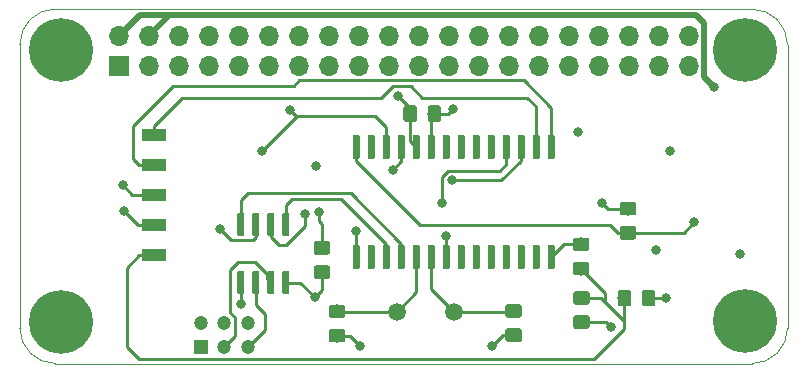
<source format=gbr>
G04 #@! TF.GenerationSoftware,KiCad,Pcbnew,(5.1.4)-1*
G04 #@! TF.CreationDate,2021-07-13T12:31:04-04:00*
G04 #@! TF.ProjectId,RocketPi,526f636b-6574-4506-992e-6b696361645f,rev?*
G04 #@! TF.SameCoordinates,Original*
G04 #@! TF.FileFunction,Copper,L4,Bot*
G04 #@! TF.FilePolarity,Positive*
%FSLAX46Y46*%
G04 Gerber Fmt 4.6, Leading zero omitted, Abs format (unit mm)*
G04 Created by KiCad (PCBNEW (5.1.4)-1) date 2021-07-13 12:31:04*
%MOMM*%
%LPD*%
G04 APERTURE LIST*
%ADD10C,0.100000*%
%ADD11C,5.400000*%
%ADD12C,1.150000*%
%ADD13C,1.500000*%
%ADD14C,0.600000*%
%ADD15O,1.700000X1.700000*%
%ADD16R,1.700000X1.700000*%
%ADD17R,2.000000X1.000000*%
%ADD18C,1.200000*%
%ADD19R,1.200000X1.200000*%
%ADD20C,0.800000*%
%ADD21C,0.250000*%
%ADD22C,0.500000*%
G04 APERTURE END LIST*
D10*
X68046600Y-42164000D02*
G75*
G03X65049400Y-45161200I0J-2997200D01*
G01*
X127052600Y-72178400D02*
G75*
G03X130052600Y-69178400I0J3000000D01*
G01*
X130052600Y-45178400D02*
G75*
G03X127052600Y-42178400I-3000000J0D01*
G01*
X65052600Y-69178400D02*
G75*
G03X68052600Y-72178400I3000000J0D01*
G01*
X68046600Y-42164000D02*
X127052600Y-42178400D01*
X65049400Y-45161200D02*
X65052600Y-69178400D01*
X68052600Y-72178400D02*
X127052600Y-72178400D01*
X130052600Y-45178400D02*
X130052600Y-69178400D01*
D11*
X126466600Y-45618400D03*
X126466600Y-68605400D03*
X68529200Y-68681600D03*
X68554600Y-45669200D03*
D10*
G36*
X117009705Y-58497604D02*
G01*
X117033973Y-58501204D01*
X117057772Y-58507165D01*
X117080871Y-58515430D01*
X117103050Y-58525920D01*
X117124093Y-58538532D01*
X117143799Y-58553147D01*
X117161977Y-58569623D01*
X117178453Y-58587801D01*
X117193068Y-58607507D01*
X117205680Y-58628550D01*
X117216170Y-58650729D01*
X117224435Y-58673828D01*
X117230396Y-58697627D01*
X117233996Y-58721895D01*
X117235200Y-58746399D01*
X117235200Y-59396401D01*
X117233996Y-59420905D01*
X117230396Y-59445173D01*
X117224435Y-59468972D01*
X117216170Y-59492071D01*
X117205680Y-59514250D01*
X117193068Y-59535293D01*
X117178453Y-59554999D01*
X117161977Y-59573177D01*
X117143799Y-59589653D01*
X117124093Y-59604268D01*
X117103050Y-59616880D01*
X117080871Y-59627370D01*
X117057772Y-59635635D01*
X117033973Y-59641596D01*
X117009705Y-59645196D01*
X116985201Y-59646400D01*
X116085199Y-59646400D01*
X116060695Y-59645196D01*
X116036427Y-59641596D01*
X116012628Y-59635635D01*
X115989529Y-59627370D01*
X115967350Y-59616880D01*
X115946307Y-59604268D01*
X115926601Y-59589653D01*
X115908423Y-59573177D01*
X115891947Y-59554999D01*
X115877332Y-59535293D01*
X115864720Y-59514250D01*
X115854230Y-59492071D01*
X115845965Y-59468972D01*
X115840004Y-59445173D01*
X115836404Y-59420905D01*
X115835200Y-59396401D01*
X115835200Y-58746399D01*
X115836404Y-58721895D01*
X115840004Y-58697627D01*
X115845965Y-58673828D01*
X115854230Y-58650729D01*
X115864720Y-58628550D01*
X115877332Y-58607507D01*
X115891947Y-58587801D01*
X115908423Y-58569623D01*
X115926601Y-58553147D01*
X115946307Y-58538532D01*
X115967350Y-58525920D01*
X115989529Y-58515430D01*
X116012628Y-58507165D01*
X116036427Y-58501204D01*
X116060695Y-58497604D01*
X116085199Y-58496400D01*
X116985201Y-58496400D01*
X117009705Y-58497604D01*
X117009705Y-58497604D01*
G37*
D12*
X116535200Y-59071400D03*
D10*
G36*
X117009705Y-60547604D02*
G01*
X117033973Y-60551204D01*
X117057772Y-60557165D01*
X117080871Y-60565430D01*
X117103050Y-60575920D01*
X117124093Y-60588532D01*
X117143799Y-60603147D01*
X117161977Y-60619623D01*
X117178453Y-60637801D01*
X117193068Y-60657507D01*
X117205680Y-60678550D01*
X117216170Y-60700729D01*
X117224435Y-60723828D01*
X117230396Y-60747627D01*
X117233996Y-60771895D01*
X117235200Y-60796399D01*
X117235200Y-61446401D01*
X117233996Y-61470905D01*
X117230396Y-61495173D01*
X117224435Y-61518972D01*
X117216170Y-61542071D01*
X117205680Y-61564250D01*
X117193068Y-61585293D01*
X117178453Y-61604999D01*
X117161977Y-61623177D01*
X117143799Y-61639653D01*
X117124093Y-61654268D01*
X117103050Y-61666880D01*
X117080871Y-61677370D01*
X117057772Y-61685635D01*
X117033973Y-61691596D01*
X117009705Y-61695196D01*
X116985201Y-61696400D01*
X116085199Y-61696400D01*
X116060695Y-61695196D01*
X116036427Y-61691596D01*
X116012628Y-61685635D01*
X115989529Y-61677370D01*
X115967350Y-61666880D01*
X115946307Y-61654268D01*
X115926601Y-61639653D01*
X115908423Y-61623177D01*
X115891947Y-61604999D01*
X115877332Y-61585293D01*
X115864720Y-61564250D01*
X115854230Y-61542071D01*
X115845965Y-61518972D01*
X115840004Y-61495173D01*
X115836404Y-61470905D01*
X115835200Y-61446401D01*
X115835200Y-60796399D01*
X115836404Y-60771895D01*
X115840004Y-60747627D01*
X115845965Y-60723828D01*
X115854230Y-60700729D01*
X115864720Y-60678550D01*
X115877332Y-60657507D01*
X115891947Y-60637801D01*
X115908423Y-60619623D01*
X115926601Y-60603147D01*
X115946307Y-60588532D01*
X115967350Y-60575920D01*
X115989529Y-60565430D01*
X116012628Y-60557165D01*
X116036427Y-60551204D01*
X116060695Y-60547604D01*
X116085199Y-60546400D01*
X116985201Y-60546400D01*
X117009705Y-60547604D01*
X117009705Y-60547604D01*
G37*
D12*
X116535200Y-61121400D03*
D13*
X96948600Y-67792600D03*
X101828600Y-67792600D03*
D10*
G36*
X110197503Y-52847322D02*
G01*
X110212064Y-52849482D01*
X110226343Y-52853059D01*
X110240203Y-52858018D01*
X110253510Y-52864312D01*
X110266136Y-52871880D01*
X110277959Y-52880648D01*
X110288866Y-52890534D01*
X110298752Y-52901441D01*
X110307520Y-52913264D01*
X110315088Y-52925890D01*
X110321382Y-52939197D01*
X110326341Y-52953057D01*
X110329918Y-52967336D01*
X110332078Y-52981897D01*
X110332800Y-52996600D01*
X110332800Y-54746600D01*
X110332078Y-54761303D01*
X110329918Y-54775864D01*
X110326341Y-54790143D01*
X110321382Y-54804003D01*
X110315088Y-54817310D01*
X110307520Y-54829936D01*
X110298752Y-54841759D01*
X110288866Y-54852666D01*
X110277959Y-54862552D01*
X110266136Y-54871320D01*
X110253510Y-54878888D01*
X110240203Y-54885182D01*
X110226343Y-54890141D01*
X110212064Y-54893718D01*
X110197503Y-54895878D01*
X110182800Y-54896600D01*
X109882800Y-54896600D01*
X109868097Y-54895878D01*
X109853536Y-54893718D01*
X109839257Y-54890141D01*
X109825397Y-54885182D01*
X109812090Y-54878888D01*
X109799464Y-54871320D01*
X109787641Y-54862552D01*
X109776734Y-54852666D01*
X109766848Y-54841759D01*
X109758080Y-54829936D01*
X109750512Y-54817310D01*
X109744218Y-54804003D01*
X109739259Y-54790143D01*
X109735682Y-54775864D01*
X109733522Y-54761303D01*
X109732800Y-54746600D01*
X109732800Y-52996600D01*
X109733522Y-52981897D01*
X109735682Y-52967336D01*
X109739259Y-52953057D01*
X109744218Y-52939197D01*
X109750512Y-52925890D01*
X109758080Y-52913264D01*
X109766848Y-52901441D01*
X109776734Y-52890534D01*
X109787641Y-52880648D01*
X109799464Y-52871880D01*
X109812090Y-52864312D01*
X109825397Y-52858018D01*
X109839257Y-52853059D01*
X109853536Y-52849482D01*
X109868097Y-52847322D01*
X109882800Y-52846600D01*
X110182800Y-52846600D01*
X110197503Y-52847322D01*
X110197503Y-52847322D01*
G37*
D14*
X110032800Y-53871600D03*
D10*
G36*
X108927503Y-52847322D02*
G01*
X108942064Y-52849482D01*
X108956343Y-52853059D01*
X108970203Y-52858018D01*
X108983510Y-52864312D01*
X108996136Y-52871880D01*
X109007959Y-52880648D01*
X109018866Y-52890534D01*
X109028752Y-52901441D01*
X109037520Y-52913264D01*
X109045088Y-52925890D01*
X109051382Y-52939197D01*
X109056341Y-52953057D01*
X109059918Y-52967336D01*
X109062078Y-52981897D01*
X109062800Y-52996600D01*
X109062800Y-54746600D01*
X109062078Y-54761303D01*
X109059918Y-54775864D01*
X109056341Y-54790143D01*
X109051382Y-54804003D01*
X109045088Y-54817310D01*
X109037520Y-54829936D01*
X109028752Y-54841759D01*
X109018866Y-54852666D01*
X109007959Y-54862552D01*
X108996136Y-54871320D01*
X108983510Y-54878888D01*
X108970203Y-54885182D01*
X108956343Y-54890141D01*
X108942064Y-54893718D01*
X108927503Y-54895878D01*
X108912800Y-54896600D01*
X108612800Y-54896600D01*
X108598097Y-54895878D01*
X108583536Y-54893718D01*
X108569257Y-54890141D01*
X108555397Y-54885182D01*
X108542090Y-54878888D01*
X108529464Y-54871320D01*
X108517641Y-54862552D01*
X108506734Y-54852666D01*
X108496848Y-54841759D01*
X108488080Y-54829936D01*
X108480512Y-54817310D01*
X108474218Y-54804003D01*
X108469259Y-54790143D01*
X108465682Y-54775864D01*
X108463522Y-54761303D01*
X108462800Y-54746600D01*
X108462800Y-52996600D01*
X108463522Y-52981897D01*
X108465682Y-52967336D01*
X108469259Y-52953057D01*
X108474218Y-52939197D01*
X108480512Y-52925890D01*
X108488080Y-52913264D01*
X108496848Y-52901441D01*
X108506734Y-52890534D01*
X108517641Y-52880648D01*
X108529464Y-52871880D01*
X108542090Y-52864312D01*
X108555397Y-52858018D01*
X108569257Y-52853059D01*
X108583536Y-52849482D01*
X108598097Y-52847322D01*
X108612800Y-52846600D01*
X108912800Y-52846600D01*
X108927503Y-52847322D01*
X108927503Y-52847322D01*
G37*
D14*
X108762800Y-53871600D03*
D10*
G36*
X107657503Y-52847322D02*
G01*
X107672064Y-52849482D01*
X107686343Y-52853059D01*
X107700203Y-52858018D01*
X107713510Y-52864312D01*
X107726136Y-52871880D01*
X107737959Y-52880648D01*
X107748866Y-52890534D01*
X107758752Y-52901441D01*
X107767520Y-52913264D01*
X107775088Y-52925890D01*
X107781382Y-52939197D01*
X107786341Y-52953057D01*
X107789918Y-52967336D01*
X107792078Y-52981897D01*
X107792800Y-52996600D01*
X107792800Y-54746600D01*
X107792078Y-54761303D01*
X107789918Y-54775864D01*
X107786341Y-54790143D01*
X107781382Y-54804003D01*
X107775088Y-54817310D01*
X107767520Y-54829936D01*
X107758752Y-54841759D01*
X107748866Y-54852666D01*
X107737959Y-54862552D01*
X107726136Y-54871320D01*
X107713510Y-54878888D01*
X107700203Y-54885182D01*
X107686343Y-54890141D01*
X107672064Y-54893718D01*
X107657503Y-54895878D01*
X107642800Y-54896600D01*
X107342800Y-54896600D01*
X107328097Y-54895878D01*
X107313536Y-54893718D01*
X107299257Y-54890141D01*
X107285397Y-54885182D01*
X107272090Y-54878888D01*
X107259464Y-54871320D01*
X107247641Y-54862552D01*
X107236734Y-54852666D01*
X107226848Y-54841759D01*
X107218080Y-54829936D01*
X107210512Y-54817310D01*
X107204218Y-54804003D01*
X107199259Y-54790143D01*
X107195682Y-54775864D01*
X107193522Y-54761303D01*
X107192800Y-54746600D01*
X107192800Y-52996600D01*
X107193522Y-52981897D01*
X107195682Y-52967336D01*
X107199259Y-52953057D01*
X107204218Y-52939197D01*
X107210512Y-52925890D01*
X107218080Y-52913264D01*
X107226848Y-52901441D01*
X107236734Y-52890534D01*
X107247641Y-52880648D01*
X107259464Y-52871880D01*
X107272090Y-52864312D01*
X107285397Y-52858018D01*
X107299257Y-52853059D01*
X107313536Y-52849482D01*
X107328097Y-52847322D01*
X107342800Y-52846600D01*
X107642800Y-52846600D01*
X107657503Y-52847322D01*
X107657503Y-52847322D01*
G37*
D14*
X107492800Y-53871600D03*
D10*
G36*
X106387503Y-52847322D02*
G01*
X106402064Y-52849482D01*
X106416343Y-52853059D01*
X106430203Y-52858018D01*
X106443510Y-52864312D01*
X106456136Y-52871880D01*
X106467959Y-52880648D01*
X106478866Y-52890534D01*
X106488752Y-52901441D01*
X106497520Y-52913264D01*
X106505088Y-52925890D01*
X106511382Y-52939197D01*
X106516341Y-52953057D01*
X106519918Y-52967336D01*
X106522078Y-52981897D01*
X106522800Y-52996600D01*
X106522800Y-54746600D01*
X106522078Y-54761303D01*
X106519918Y-54775864D01*
X106516341Y-54790143D01*
X106511382Y-54804003D01*
X106505088Y-54817310D01*
X106497520Y-54829936D01*
X106488752Y-54841759D01*
X106478866Y-54852666D01*
X106467959Y-54862552D01*
X106456136Y-54871320D01*
X106443510Y-54878888D01*
X106430203Y-54885182D01*
X106416343Y-54890141D01*
X106402064Y-54893718D01*
X106387503Y-54895878D01*
X106372800Y-54896600D01*
X106072800Y-54896600D01*
X106058097Y-54895878D01*
X106043536Y-54893718D01*
X106029257Y-54890141D01*
X106015397Y-54885182D01*
X106002090Y-54878888D01*
X105989464Y-54871320D01*
X105977641Y-54862552D01*
X105966734Y-54852666D01*
X105956848Y-54841759D01*
X105948080Y-54829936D01*
X105940512Y-54817310D01*
X105934218Y-54804003D01*
X105929259Y-54790143D01*
X105925682Y-54775864D01*
X105923522Y-54761303D01*
X105922800Y-54746600D01*
X105922800Y-52996600D01*
X105923522Y-52981897D01*
X105925682Y-52967336D01*
X105929259Y-52953057D01*
X105934218Y-52939197D01*
X105940512Y-52925890D01*
X105948080Y-52913264D01*
X105956848Y-52901441D01*
X105966734Y-52890534D01*
X105977641Y-52880648D01*
X105989464Y-52871880D01*
X106002090Y-52864312D01*
X106015397Y-52858018D01*
X106029257Y-52853059D01*
X106043536Y-52849482D01*
X106058097Y-52847322D01*
X106072800Y-52846600D01*
X106372800Y-52846600D01*
X106387503Y-52847322D01*
X106387503Y-52847322D01*
G37*
D14*
X106222800Y-53871600D03*
D10*
G36*
X105117503Y-52847322D02*
G01*
X105132064Y-52849482D01*
X105146343Y-52853059D01*
X105160203Y-52858018D01*
X105173510Y-52864312D01*
X105186136Y-52871880D01*
X105197959Y-52880648D01*
X105208866Y-52890534D01*
X105218752Y-52901441D01*
X105227520Y-52913264D01*
X105235088Y-52925890D01*
X105241382Y-52939197D01*
X105246341Y-52953057D01*
X105249918Y-52967336D01*
X105252078Y-52981897D01*
X105252800Y-52996600D01*
X105252800Y-54746600D01*
X105252078Y-54761303D01*
X105249918Y-54775864D01*
X105246341Y-54790143D01*
X105241382Y-54804003D01*
X105235088Y-54817310D01*
X105227520Y-54829936D01*
X105218752Y-54841759D01*
X105208866Y-54852666D01*
X105197959Y-54862552D01*
X105186136Y-54871320D01*
X105173510Y-54878888D01*
X105160203Y-54885182D01*
X105146343Y-54890141D01*
X105132064Y-54893718D01*
X105117503Y-54895878D01*
X105102800Y-54896600D01*
X104802800Y-54896600D01*
X104788097Y-54895878D01*
X104773536Y-54893718D01*
X104759257Y-54890141D01*
X104745397Y-54885182D01*
X104732090Y-54878888D01*
X104719464Y-54871320D01*
X104707641Y-54862552D01*
X104696734Y-54852666D01*
X104686848Y-54841759D01*
X104678080Y-54829936D01*
X104670512Y-54817310D01*
X104664218Y-54804003D01*
X104659259Y-54790143D01*
X104655682Y-54775864D01*
X104653522Y-54761303D01*
X104652800Y-54746600D01*
X104652800Y-52996600D01*
X104653522Y-52981897D01*
X104655682Y-52967336D01*
X104659259Y-52953057D01*
X104664218Y-52939197D01*
X104670512Y-52925890D01*
X104678080Y-52913264D01*
X104686848Y-52901441D01*
X104696734Y-52890534D01*
X104707641Y-52880648D01*
X104719464Y-52871880D01*
X104732090Y-52864312D01*
X104745397Y-52858018D01*
X104759257Y-52853059D01*
X104773536Y-52849482D01*
X104788097Y-52847322D01*
X104802800Y-52846600D01*
X105102800Y-52846600D01*
X105117503Y-52847322D01*
X105117503Y-52847322D01*
G37*
D14*
X104952800Y-53871600D03*
D10*
G36*
X103847503Y-52847322D02*
G01*
X103862064Y-52849482D01*
X103876343Y-52853059D01*
X103890203Y-52858018D01*
X103903510Y-52864312D01*
X103916136Y-52871880D01*
X103927959Y-52880648D01*
X103938866Y-52890534D01*
X103948752Y-52901441D01*
X103957520Y-52913264D01*
X103965088Y-52925890D01*
X103971382Y-52939197D01*
X103976341Y-52953057D01*
X103979918Y-52967336D01*
X103982078Y-52981897D01*
X103982800Y-52996600D01*
X103982800Y-54746600D01*
X103982078Y-54761303D01*
X103979918Y-54775864D01*
X103976341Y-54790143D01*
X103971382Y-54804003D01*
X103965088Y-54817310D01*
X103957520Y-54829936D01*
X103948752Y-54841759D01*
X103938866Y-54852666D01*
X103927959Y-54862552D01*
X103916136Y-54871320D01*
X103903510Y-54878888D01*
X103890203Y-54885182D01*
X103876343Y-54890141D01*
X103862064Y-54893718D01*
X103847503Y-54895878D01*
X103832800Y-54896600D01*
X103532800Y-54896600D01*
X103518097Y-54895878D01*
X103503536Y-54893718D01*
X103489257Y-54890141D01*
X103475397Y-54885182D01*
X103462090Y-54878888D01*
X103449464Y-54871320D01*
X103437641Y-54862552D01*
X103426734Y-54852666D01*
X103416848Y-54841759D01*
X103408080Y-54829936D01*
X103400512Y-54817310D01*
X103394218Y-54804003D01*
X103389259Y-54790143D01*
X103385682Y-54775864D01*
X103383522Y-54761303D01*
X103382800Y-54746600D01*
X103382800Y-52996600D01*
X103383522Y-52981897D01*
X103385682Y-52967336D01*
X103389259Y-52953057D01*
X103394218Y-52939197D01*
X103400512Y-52925890D01*
X103408080Y-52913264D01*
X103416848Y-52901441D01*
X103426734Y-52890534D01*
X103437641Y-52880648D01*
X103449464Y-52871880D01*
X103462090Y-52864312D01*
X103475397Y-52858018D01*
X103489257Y-52853059D01*
X103503536Y-52849482D01*
X103518097Y-52847322D01*
X103532800Y-52846600D01*
X103832800Y-52846600D01*
X103847503Y-52847322D01*
X103847503Y-52847322D01*
G37*
D14*
X103682800Y-53871600D03*
D10*
G36*
X102577503Y-52847322D02*
G01*
X102592064Y-52849482D01*
X102606343Y-52853059D01*
X102620203Y-52858018D01*
X102633510Y-52864312D01*
X102646136Y-52871880D01*
X102657959Y-52880648D01*
X102668866Y-52890534D01*
X102678752Y-52901441D01*
X102687520Y-52913264D01*
X102695088Y-52925890D01*
X102701382Y-52939197D01*
X102706341Y-52953057D01*
X102709918Y-52967336D01*
X102712078Y-52981897D01*
X102712800Y-52996600D01*
X102712800Y-54746600D01*
X102712078Y-54761303D01*
X102709918Y-54775864D01*
X102706341Y-54790143D01*
X102701382Y-54804003D01*
X102695088Y-54817310D01*
X102687520Y-54829936D01*
X102678752Y-54841759D01*
X102668866Y-54852666D01*
X102657959Y-54862552D01*
X102646136Y-54871320D01*
X102633510Y-54878888D01*
X102620203Y-54885182D01*
X102606343Y-54890141D01*
X102592064Y-54893718D01*
X102577503Y-54895878D01*
X102562800Y-54896600D01*
X102262800Y-54896600D01*
X102248097Y-54895878D01*
X102233536Y-54893718D01*
X102219257Y-54890141D01*
X102205397Y-54885182D01*
X102192090Y-54878888D01*
X102179464Y-54871320D01*
X102167641Y-54862552D01*
X102156734Y-54852666D01*
X102146848Y-54841759D01*
X102138080Y-54829936D01*
X102130512Y-54817310D01*
X102124218Y-54804003D01*
X102119259Y-54790143D01*
X102115682Y-54775864D01*
X102113522Y-54761303D01*
X102112800Y-54746600D01*
X102112800Y-52996600D01*
X102113522Y-52981897D01*
X102115682Y-52967336D01*
X102119259Y-52953057D01*
X102124218Y-52939197D01*
X102130512Y-52925890D01*
X102138080Y-52913264D01*
X102146848Y-52901441D01*
X102156734Y-52890534D01*
X102167641Y-52880648D01*
X102179464Y-52871880D01*
X102192090Y-52864312D01*
X102205397Y-52858018D01*
X102219257Y-52853059D01*
X102233536Y-52849482D01*
X102248097Y-52847322D01*
X102262800Y-52846600D01*
X102562800Y-52846600D01*
X102577503Y-52847322D01*
X102577503Y-52847322D01*
G37*
D14*
X102412800Y-53871600D03*
D10*
G36*
X101307503Y-52847322D02*
G01*
X101322064Y-52849482D01*
X101336343Y-52853059D01*
X101350203Y-52858018D01*
X101363510Y-52864312D01*
X101376136Y-52871880D01*
X101387959Y-52880648D01*
X101398866Y-52890534D01*
X101408752Y-52901441D01*
X101417520Y-52913264D01*
X101425088Y-52925890D01*
X101431382Y-52939197D01*
X101436341Y-52953057D01*
X101439918Y-52967336D01*
X101442078Y-52981897D01*
X101442800Y-52996600D01*
X101442800Y-54746600D01*
X101442078Y-54761303D01*
X101439918Y-54775864D01*
X101436341Y-54790143D01*
X101431382Y-54804003D01*
X101425088Y-54817310D01*
X101417520Y-54829936D01*
X101408752Y-54841759D01*
X101398866Y-54852666D01*
X101387959Y-54862552D01*
X101376136Y-54871320D01*
X101363510Y-54878888D01*
X101350203Y-54885182D01*
X101336343Y-54890141D01*
X101322064Y-54893718D01*
X101307503Y-54895878D01*
X101292800Y-54896600D01*
X100992800Y-54896600D01*
X100978097Y-54895878D01*
X100963536Y-54893718D01*
X100949257Y-54890141D01*
X100935397Y-54885182D01*
X100922090Y-54878888D01*
X100909464Y-54871320D01*
X100897641Y-54862552D01*
X100886734Y-54852666D01*
X100876848Y-54841759D01*
X100868080Y-54829936D01*
X100860512Y-54817310D01*
X100854218Y-54804003D01*
X100849259Y-54790143D01*
X100845682Y-54775864D01*
X100843522Y-54761303D01*
X100842800Y-54746600D01*
X100842800Y-52996600D01*
X100843522Y-52981897D01*
X100845682Y-52967336D01*
X100849259Y-52953057D01*
X100854218Y-52939197D01*
X100860512Y-52925890D01*
X100868080Y-52913264D01*
X100876848Y-52901441D01*
X100886734Y-52890534D01*
X100897641Y-52880648D01*
X100909464Y-52871880D01*
X100922090Y-52864312D01*
X100935397Y-52858018D01*
X100949257Y-52853059D01*
X100963536Y-52849482D01*
X100978097Y-52847322D01*
X100992800Y-52846600D01*
X101292800Y-52846600D01*
X101307503Y-52847322D01*
X101307503Y-52847322D01*
G37*
D14*
X101142800Y-53871600D03*
D10*
G36*
X100037503Y-52847322D02*
G01*
X100052064Y-52849482D01*
X100066343Y-52853059D01*
X100080203Y-52858018D01*
X100093510Y-52864312D01*
X100106136Y-52871880D01*
X100117959Y-52880648D01*
X100128866Y-52890534D01*
X100138752Y-52901441D01*
X100147520Y-52913264D01*
X100155088Y-52925890D01*
X100161382Y-52939197D01*
X100166341Y-52953057D01*
X100169918Y-52967336D01*
X100172078Y-52981897D01*
X100172800Y-52996600D01*
X100172800Y-54746600D01*
X100172078Y-54761303D01*
X100169918Y-54775864D01*
X100166341Y-54790143D01*
X100161382Y-54804003D01*
X100155088Y-54817310D01*
X100147520Y-54829936D01*
X100138752Y-54841759D01*
X100128866Y-54852666D01*
X100117959Y-54862552D01*
X100106136Y-54871320D01*
X100093510Y-54878888D01*
X100080203Y-54885182D01*
X100066343Y-54890141D01*
X100052064Y-54893718D01*
X100037503Y-54895878D01*
X100022800Y-54896600D01*
X99722800Y-54896600D01*
X99708097Y-54895878D01*
X99693536Y-54893718D01*
X99679257Y-54890141D01*
X99665397Y-54885182D01*
X99652090Y-54878888D01*
X99639464Y-54871320D01*
X99627641Y-54862552D01*
X99616734Y-54852666D01*
X99606848Y-54841759D01*
X99598080Y-54829936D01*
X99590512Y-54817310D01*
X99584218Y-54804003D01*
X99579259Y-54790143D01*
X99575682Y-54775864D01*
X99573522Y-54761303D01*
X99572800Y-54746600D01*
X99572800Y-52996600D01*
X99573522Y-52981897D01*
X99575682Y-52967336D01*
X99579259Y-52953057D01*
X99584218Y-52939197D01*
X99590512Y-52925890D01*
X99598080Y-52913264D01*
X99606848Y-52901441D01*
X99616734Y-52890534D01*
X99627641Y-52880648D01*
X99639464Y-52871880D01*
X99652090Y-52864312D01*
X99665397Y-52858018D01*
X99679257Y-52853059D01*
X99693536Y-52849482D01*
X99708097Y-52847322D01*
X99722800Y-52846600D01*
X100022800Y-52846600D01*
X100037503Y-52847322D01*
X100037503Y-52847322D01*
G37*
D14*
X99872800Y-53871600D03*
D10*
G36*
X98767503Y-52847322D02*
G01*
X98782064Y-52849482D01*
X98796343Y-52853059D01*
X98810203Y-52858018D01*
X98823510Y-52864312D01*
X98836136Y-52871880D01*
X98847959Y-52880648D01*
X98858866Y-52890534D01*
X98868752Y-52901441D01*
X98877520Y-52913264D01*
X98885088Y-52925890D01*
X98891382Y-52939197D01*
X98896341Y-52953057D01*
X98899918Y-52967336D01*
X98902078Y-52981897D01*
X98902800Y-52996600D01*
X98902800Y-54746600D01*
X98902078Y-54761303D01*
X98899918Y-54775864D01*
X98896341Y-54790143D01*
X98891382Y-54804003D01*
X98885088Y-54817310D01*
X98877520Y-54829936D01*
X98868752Y-54841759D01*
X98858866Y-54852666D01*
X98847959Y-54862552D01*
X98836136Y-54871320D01*
X98823510Y-54878888D01*
X98810203Y-54885182D01*
X98796343Y-54890141D01*
X98782064Y-54893718D01*
X98767503Y-54895878D01*
X98752800Y-54896600D01*
X98452800Y-54896600D01*
X98438097Y-54895878D01*
X98423536Y-54893718D01*
X98409257Y-54890141D01*
X98395397Y-54885182D01*
X98382090Y-54878888D01*
X98369464Y-54871320D01*
X98357641Y-54862552D01*
X98346734Y-54852666D01*
X98336848Y-54841759D01*
X98328080Y-54829936D01*
X98320512Y-54817310D01*
X98314218Y-54804003D01*
X98309259Y-54790143D01*
X98305682Y-54775864D01*
X98303522Y-54761303D01*
X98302800Y-54746600D01*
X98302800Y-52996600D01*
X98303522Y-52981897D01*
X98305682Y-52967336D01*
X98309259Y-52953057D01*
X98314218Y-52939197D01*
X98320512Y-52925890D01*
X98328080Y-52913264D01*
X98336848Y-52901441D01*
X98346734Y-52890534D01*
X98357641Y-52880648D01*
X98369464Y-52871880D01*
X98382090Y-52864312D01*
X98395397Y-52858018D01*
X98409257Y-52853059D01*
X98423536Y-52849482D01*
X98438097Y-52847322D01*
X98452800Y-52846600D01*
X98752800Y-52846600D01*
X98767503Y-52847322D01*
X98767503Y-52847322D01*
G37*
D14*
X98602800Y-53871600D03*
D10*
G36*
X97497503Y-52847322D02*
G01*
X97512064Y-52849482D01*
X97526343Y-52853059D01*
X97540203Y-52858018D01*
X97553510Y-52864312D01*
X97566136Y-52871880D01*
X97577959Y-52880648D01*
X97588866Y-52890534D01*
X97598752Y-52901441D01*
X97607520Y-52913264D01*
X97615088Y-52925890D01*
X97621382Y-52939197D01*
X97626341Y-52953057D01*
X97629918Y-52967336D01*
X97632078Y-52981897D01*
X97632800Y-52996600D01*
X97632800Y-54746600D01*
X97632078Y-54761303D01*
X97629918Y-54775864D01*
X97626341Y-54790143D01*
X97621382Y-54804003D01*
X97615088Y-54817310D01*
X97607520Y-54829936D01*
X97598752Y-54841759D01*
X97588866Y-54852666D01*
X97577959Y-54862552D01*
X97566136Y-54871320D01*
X97553510Y-54878888D01*
X97540203Y-54885182D01*
X97526343Y-54890141D01*
X97512064Y-54893718D01*
X97497503Y-54895878D01*
X97482800Y-54896600D01*
X97182800Y-54896600D01*
X97168097Y-54895878D01*
X97153536Y-54893718D01*
X97139257Y-54890141D01*
X97125397Y-54885182D01*
X97112090Y-54878888D01*
X97099464Y-54871320D01*
X97087641Y-54862552D01*
X97076734Y-54852666D01*
X97066848Y-54841759D01*
X97058080Y-54829936D01*
X97050512Y-54817310D01*
X97044218Y-54804003D01*
X97039259Y-54790143D01*
X97035682Y-54775864D01*
X97033522Y-54761303D01*
X97032800Y-54746600D01*
X97032800Y-52996600D01*
X97033522Y-52981897D01*
X97035682Y-52967336D01*
X97039259Y-52953057D01*
X97044218Y-52939197D01*
X97050512Y-52925890D01*
X97058080Y-52913264D01*
X97066848Y-52901441D01*
X97076734Y-52890534D01*
X97087641Y-52880648D01*
X97099464Y-52871880D01*
X97112090Y-52864312D01*
X97125397Y-52858018D01*
X97139257Y-52853059D01*
X97153536Y-52849482D01*
X97168097Y-52847322D01*
X97182800Y-52846600D01*
X97482800Y-52846600D01*
X97497503Y-52847322D01*
X97497503Y-52847322D01*
G37*
D14*
X97332800Y-53871600D03*
D10*
G36*
X96227503Y-52847322D02*
G01*
X96242064Y-52849482D01*
X96256343Y-52853059D01*
X96270203Y-52858018D01*
X96283510Y-52864312D01*
X96296136Y-52871880D01*
X96307959Y-52880648D01*
X96318866Y-52890534D01*
X96328752Y-52901441D01*
X96337520Y-52913264D01*
X96345088Y-52925890D01*
X96351382Y-52939197D01*
X96356341Y-52953057D01*
X96359918Y-52967336D01*
X96362078Y-52981897D01*
X96362800Y-52996600D01*
X96362800Y-54746600D01*
X96362078Y-54761303D01*
X96359918Y-54775864D01*
X96356341Y-54790143D01*
X96351382Y-54804003D01*
X96345088Y-54817310D01*
X96337520Y-54829936D01*
X96328752Y-54841759D01*
X96318866Y-54852666D01*
X96307959Y-54862552D01*
X96296136Y-54871320D01*
X96283510Y-54878888D01*
X96270203Y-54885182D01*
X96256343Y-54890141D01*
X96242064Y-54893718D01*
X96227503Y-54895878D01*
X96212800Y-54896600D01*
X95912800Y-54896600D01*
X95898097Y-54895878D01*
X95883536Y-54893718D01*
X95869257Y-54890141D01*
X95855397Y-54885182D01*
X95842090Y-54878888D01*
X95829464Y-54871320D01*
X95817641Y-54862552D01*
X95806734Y-54852666D01*
X95796848Y-54841759D01*
X95788080Y-54829936D01*
X95780512Y-54817310D01*
X95774218Y-54804003D01*
X95769259Y-54790143D01*
X95765682Y-54775864D01*
X95763522Y-54761303D01*
X95762800Y-54746600D01*
X95762800Y-52996600D01*
X95763522Y-52981897D01*
X95765682Y-52967336D01*
X95769259Y-52953057D01*
X95774218Y-52939197D01*
X95780512Y-52925890D01*
X95788080Y-52913264D01*
X95796848Y-52901441D01*
X95806734Y-52890534D01*
X95817641Y-52880648D01*
X95829464Y-52871880D01*
X95842090Y-52864312D01*
X95855397Y-52858018D01*
X95869257Y-52853059D01*
X95883536Y-52849482D01*
X95898097Y-52847322D01*
X95912800Y-52846600D01*
X96212800Y-52846600D01*
X96227503Y-52847322D01*
X96227503Y-52847322D01*
G37*
D14*
X96062800Y-53871600D03*
D10*
G36*
X94957503Y-52847322D02*
G01*
X94972064Y-52849482D01*
X94986343Y-52853059D01*
X95000203Y-52858018D01*
X95013510Y-52864312D01*
X95026136Y-52871880D01*
X95037959Y-52880648D01*
X95048866Y-52890534D01*
X95058752Y-52901441D01*
X95067520Y-52913264D01*
X95075088Y-52925890D01*
X95081382Y-52939197D01*
X95086341Y-52953057D01*
X95089918Y-52967336D01*
X95092078Y-52981897D01*
X95092800Y-52996600D01*
X95092800Y-54746600D01*
X95092078Y-54761303D01*
X95089918Y-54775864D01*
X95086341Y-54790143D01*
X95081382Y-54804003D01*
X95075088Y-54817310D01*
X95067520Y-54829936D01*
X95058752Y-54841759D01*
X95048866Y-54852666D01*
X95037959Y-54862552D01*
X95026136Y-54871320D01*
X95013510Y-54878888D01*
X95000203Y-54885182D01*
X94986343Y-54890141D01*
X94972064Y-54893718D01*
X94957503Y-54895878D01*
X94942800Y-54896600D01*
X94642800Y-54896600D01*
X94628097Y-54895878D01*
X94613536Y-54893718D01*
X94599257Y-54890141D01*
X94585397Y-54885182D01*
X94572090Y-54878888D01*
X94559464Y-54871320D01*
X94547641Y-54862552D01*
X94536734Y-54852666D01*
X94526848Y-54841759D01*
X94518080Y-54829936D01*
X94510512Y-54817310D01*
X94504218Y-54804003D01*
X94499259Y-54790143D01*
X94495682Y-54775864D01*
X94493522Y-54761303D01*
X94492800Y-54746600D01*
X94492800Y-52996600D01*
X94493522Y-52981897D01*
X94495682Y-52967336D01*
X94499259Y-52953057D01*
X94504218Y-52939197D01*
X94510512Y-52925890D01*
X94518080Y-52913264D01*
X94526848Y-52901441D01*
X94536734Y-52890534D01*
X94547641Y-52880648D01*
X94559464Y-52871880D01*
X94572090Y-52864312D01*
X94585397Y-52858018D01*
X94599257Y-52853059D01*
X94613536Y-52849482D01*
X94628097Y-52847322D01*
X94642800Y-52846600D01*
X94942800Y-52846600D01*
X94957503Y-52847322D01*
X94957503Y-52847322D01*
G37*
D14*
X94792800Y-53871600D03*
D10*
G36*
X93687503Y-52847322D02*
G01*
X93702064Y-52849482D01*
X93716343Y-52853059D01*
X93730203Y-52858018D01*
X93743510Y-52864312D01*
X93756136Y-52871880D01*
X93767959Y-52880648D01*
X93778866Y-52890534D01*
X93788752Y-52901441D01*
X93797520Y-52913264D01*
X93805088Y-52925890D01*
X93811382Y-52939197D01*
X93816341Y-52953057D01*
X93819918Y-52967336D01*
X93822078Y-52981897D01*
X93822800Y-52996600D01*
X93822800Y-54746600D01*
X93822078Y-54761303D01*
X93819918Y-54775864D01*
X93816341Y-54790143D01*
X93811382Y-54804003D01*
X93805088Y-54817310D01*
X93797520Y-54829936D01*
X93788752Y-54841759D01*
X93778866Y-54852666D01*
X93767959Y-54862552D01*
X93756136Y-54871320D01*
X93743510Y-54878888D01*
X93730203Y-54885182D01*
X93716343Y-54890141D01*
X93702064Y-54893718D01*
X93687503Y-54895878D01*
X93672800Y-54896600D01*
X93372800Y-54896600D01*
X93358097Y-54895878D01*
X93343536Y-54893718D01*
X93329257Y-54890141D01*
X93315397Y-54885182D01*
X93302090Y-54878888D01*
X93289464Y-54871320D01*
X93277641Y-54862552D01*
X93266734Y-54852666D01*
X93256848Y-54841759D01*
X93248080Y-54829936D01*
X93240512Y-54817310D01*
X93234218Y-54804003D01*
X93229259Y-54790143D01*
X93225682Y-54775864D01*
X93223522Y-54761303D01*
X93222800Y-54746600D01*
X93222800Y-52996600D01*
X93223522Y-52981897D01*
X93225682Y-52967336D01*
X93229259Y-52953057D01*
X93234218Y-52939197D01*
X93240512Y-52925890D01*
X93248080Y-52913264D01*
X93256848Y-52901441D01*
X93266734Y-52890534D01*
X93277641Y-52880648D01*
X93289464Y-52871880D01*
X93302090Y-52864312D01*
X93315397Y-52858018D01*
X93329257Y-52853059D01*
X93343536Y-52849482D01*
X93358097Y-52847322D01*
X93372800Y-52846600D01*
X93672800Y-52846600D01*
X93687503Y-52847322D01*
X93687503Y-52847322D01*
G37*
D14*
X93522800Y-53871600D03*
D10*
G36*
X93687503Y-62147322D02*
G01*
X93702064Y-62149482D01*
X93716343Y-62153059D01*
X93730203Y-62158018D01*
X93743510Y-62164312D01*
X93756136Y-62171880D01*
X93767959Y-62180648D01*
X93778866Y-62190534D01*
X93788752Y-62201441D01*
X93797520Y-62213264D01*
X93805088Y-62225890D01*
X93811382Y-62239197D01*
X93816341Y-62253057D01*
X93819918Y-62267336D01*
X93822078Y-62281897D01*
X93822800Y-62296600D01*
X93822800Y-64046600D01*
X93822078Y-64061303D01*
X93819918Y-64075864D01*
X93816341Y-64090143D01*
X93811382Y-64104003D01*
X93805088Y-64117310D01*
X93797520Y-64129936D01*
X93788752Y-64141759D01*
X93778866Y-64152666D01*
X93767959Y-64162552D01*
X93756136Y-64171320D01*
X93743510Y-64178888D01*
X93730203Y-64185182D01*
X93716343Y-64190141D01*
X93702064Y-64193718D01*
X93687503Y-64195878D01*
X93672800Y-64196600D01*
X93372800Y-64196600D01*
X93358097Y-64195878D01*
X93343536Y-64193718D01*
X93329257Y-64190141D01*
X93315397Y-64185182D01*
X93302090Y-64178888D01*
X93289464Y-64171320D01*
X93277641Y-64162552D01*
X93266734Y-64152666D01*
X93256848Y-64141759D01*
X93248080Y-64129936D01*
X93240512Y-64117310D01*
X93234218Y-64104003D01*
X93229259Y-64090143D01*
X93225682Y-64075864D01*
X93223522Y-64061303D01*
X93222800Y-64046600D01*
X93222800Y-62296600D01*
X93223522Y-62281897D01*
X93225682Y-62267336D01*
X93229259Y-62253057D01*
X93234218Y-62239197D01*
X93240512Y-62225890D01*
X93248080Y-62213264D01*
X93256848Y-62201441D01*
X93266734Y-62190534D01*
X93277641Y-62180648D01*
X93289464Y-62171880D01*
X93302090Y-62164312D01*
X93315397Y-62158018D01*
X93329257Y-62153059D01*
X93343536Y-62149482D01*
X93358097Y-62147322D01*
X93372800Y-62146600D01*
X93672800Y-62146600D01*
X93687503Y-62147322D01*
X93687503Y-62147322D01*
G37*
D14*
X93522800Y-63171600D03*
D10*
G36*
X94957503Y-62147322D02*
G01*
X94972064Y-62149482D01*
X94986343Y-62153059D01*
X95000203Y-62158018D01*
X95013510Y-62164312D01*
X95026136Y-62171880D01*
X95037959Y-62180648D01*
X95048866Y-62190534D01*
X95058752Y-62201441D01*
X95067520Y-62213264D01*
X95075088Y-62225890D01*
X95081382Y-62239197D01*
X95086341Y-62253057D01*
X95089918Y-62267336D01*
X95092078Y-62281897D01*
X95092800Y-62296600D01*
X95092800Y-64046600D01*
X95092078Y-64061303D01*
X95089918Y-64075864D01*
X95086341Y-64090143D01*
X95081382Y-64104003D01*
X95075088Y-64117310D01*
X95067520Y-64129936D01*
X95058752Y-64141759D01*
X95048866Y-64152666D01*
X95037959Y-64162552D01*
X95026136Y-64171320D01*
X95013510Y-64178888D01*
X95000203Y-64185182D01*
X94986343Y-64190141D01*
X94972064Y-64193718D01*
X94957503Y-64195878D01*
X94942800Y-64196600D01*
X94642800Y-64196600D01*
X94628097Y-64195878D01*
X94613536Y-64193718D01*
X94599257Y-64190141D01*
X94585397Y-64185182D01*
X94572090Y-64178888D01*
X94559464Y-64171320D01*
X94547641Y-64162552D01*
X94536734Y-64152666D01*
X94526848Y-64141759D01*
X94518080Y-64129936D01*
X94510512Y-64117310D01*
X94504218Y-64104003D01*
X94499259Y-64090143D01*
X94495682Y-64075864D01*
X94493522Y-64061303D01*
X94492800Y-64046600D01*
X94492800Y-62296600D01*
X94493522Y-62281897D01*
X94495682Y-62267336D01*
X94499259Y-62253057D01*
X94504218Y-62239197D01*
X94510512Y-62225890D01*
X94518080Y-62213264D01*
X94526848Y-62201441D01*
X94536734Y-62190534D01*
X94547641Y-62180648D01*
X94559464Y-62171880D01*
X94572090Y-62164312D01*
X94585397Y-62158018D01*
X94599257Y-62153059D01*
X94613536Y-62149482D01*
X94628097Y-62147322D01*
X94642800Y-62146600D01*
X94942800Y-62146600D01*
X94957503Y-62147322D01*
X94957503Y-62147322D01*
G37*
D14*
X94792800Y-63171600D03*
D10*
G36*
X96227503Y-62147322D02*
G01*
X96242064Y-62149482D01*
X96256343Y-62153059D01*
X96270203Y-62158018D01*
X96283510Y-62164312D01*
X96296136Y-62171880D01*
X96307959Y-62180648D01*
X96318866Y-62190534D01*
X96328752Y-62201441D01*
X96337520Y-62213264D01*
X96345088Y-62225890D01*
X96351382Y-62239197D01*
X96356341Y-62253057D01*
X96359918Y-62267336D01*
X96362078Y-62281897D01*
X96362800Y-62296600D01*
X96362800Y-64046600D01*
X96362078Y-64061303D01*
X96359918Y-64075864D01*
X96356341Y-64090143D01*
X96351382Y-64104003D01*
X96345088Y-64117310D01*
X96337520Y-64129936D01*
X96328752Y-64141759D01*
X96318866Y-64152666D01*
X96307959Y-64162552D01*
X96296136Y-64171320D01*
X96283510Y-64178888D01*
X96270203Y-64185182D01*
X96256343Y-64190141D01*
X96242064Y-64193718D01*
X96227503Y-64195878D01*
X96212800Y-64196600D01*
X95912800Y-64196600D01*
X95898097Y-64195878D01*
X95883536Y-64193718D01*
X95869257Y-64190141D01*
X95855397Y-64185182D01*
X95842090Y-64178888D01*
X95829464Y-64171320D01*
X95817641Y-64162552D01*
X95806734Y-64152666D01*
X95796848Y-64141759D01*
X95788080Y-64129936D01*
X95780512Y-64117310D01*
X95774218Y-64104003D01*
X95769259Y-64090143D01*
X95765682Y-64075864D01*
X95763522Y-64061303D01*
X95762800Y-64046600D01*
X95762800Y-62296600D01*
X95763522Y-62281897D01*
X95765682Y-62267336D01*
X95769259Y-62253057D01*
X95774218Y-62239197D01*
X95780512Y-62225890D01*
X95788080Y-62213264D01*
X95796848Y-62201441D01*
X95806734Y-62190534D01*
X95817641Y-62180648D01*
X95829464Y-62171880D01*
X95842090Y-62164312D01*
X95855397Y-62158018D01*
X95869257Y-62153059D01*
X95883536Y-62149482D01*
X95898097Y-62147322D01*
X95912800Y-62146600D01*
X96212800Y-62146600D01*
X96227503Y-62147322D01*
X96227503Y-62147322D01*
G37*
D14*
X96062800Y-63171600D03*
D10*
G36*
X97497503Y-62147322D02*
G01*
X97512064Y-62149482D01*
X97526343Y-62153059D01*
X97540203Y-62158018D01*
X97553510Y-62164312D01*
X97566136Y-62171880D01*
X97577959Y-62180648D01*
X97588866Y-62190534D01*
X97598752Y-62201441D01*
X97607520Y-62213264D01*
X97615088Y-62225890D01*
X97621382Y-62239197D01*
X97626341Y-62253057D01*
X97629918Y-62267336D01*
X97632078Y-62281897D01*
X97632800Y-62296600D01*
X97632800Y-64046600D01*
X97632078Y-64061303D01*
X97629918Y-64075864D01*
X97626341Y-64090143D01*
X97621382Y-64104003D01*
X97615088Y-64117310D01*
X97607520Y-64129936D01*
X97598752Y-64141759D01*
X97588866Y-64152666D01*
X97577959Y-64162552D01*
X97566136Y-64171320D01*
X97553510Y-64178888D01*
X97540203Y-64185182D01*
X97526343Y-64190141D01*
X97512064Y-64193718D01*
X97497503Y-64195878D01*
X97482800Y-64196600D01*
X97182800Y-64196600D01*
X97168097Y-64195878D01*
X97153536Y-64193718D01*
X97139257Y-64190141D01*
X97125397Y-64185182D01*
X97112090Y-64178888D01*
X97099464Y-64171320D01*
X97087641Y-64162552D01*
X97076734Y-64152666D01*
X97066848Y-64141759D01*
X97058080Y-64129936D01*
X97050512Y-64117310D01*
X97044218Y-64104003D01*
X97039259Y-64090143D01*
X97035682Y-64075864D01*
X97033522Y-64061303D01*
X97032800Y-64046600D01*
X97032800Y-62296600D01*
X97033522Y-62281897D01*
X97035682Y-62267336D01*
X97039259Y-62253057D01*
X97044218Y-62239197D01*
X97050512Y-62225890D01*
X97058080Y-62213264D01*
X97066848Y-62201441D01*
X97076734Y-62190534D01*
X97087641Y-62180648D01*
X97099464Y-62171880D01*
X97112090Y-62164312D01*
X97125397Y-62158018D01*
X97139257Y-62153059D01*
X97153536Y-62149482D01*
X97168097Y-62147322D01*
X97182800Y-62146600D01*
X97482800Y-62146600D01*
X97497503Y-62147322D01*
X97497503Y-62147322D01*
G37*
D14*
X97332800Y-63171600D03*
D10*
G36*
X98767503Y-62147322D02*
G01*
X98782064Y-62149482D01*
X98796343Y-62153059D01*
X98810203Y-62158018D01*
X98823510Y-62164312D01*
X98836136Y-62171880D01*
X98847959Y-62180648D01*
X98858866Y-62190534D01*
X98868752Y-62201441D01*
X98877520Y-62213264D01*
X98885088Y-62225890D01*
X98891382Y-62239197D01*
X98896341Y-62253057D01*
X98899918Y-62267336D01*
X98902078Y-62281897D01*
X98902800Y-62296600D01*
X98902800Y-64046600D01*
X98902078Y-64061303D01*
X98899918Y-64075864D01*
X98896341Y-64090143D01*
X98891382Y-64104003D01*
X98885088Y-64117310D01*
X98877520Y-64129936D01*
X98868752Y-64141759D01*
X98858866Y-64152666D01*
X98847959Y-64162552D01*
X98836136Y-64171320D01*
X98823510Y-64178888D01*
X98810203Y-64185182D01*
X98796343Y-64190141D01*
X98782064Y-64193718D01*
X98767503Y-64195878D01*
X98752800Y-64196600D01*
X98452800Y-64196600D01*
X98438097Y-64195878D01*
X98423536Y-64193718D01*
X98409257Y-64190141D01*
X98395397Y-64185182D01*
X98382090Y-64178888D01*
X98369464Y-64171320D01*
X98357641Y-64162552D01*
X98346734Y-64152666D01*
X98336848Y-64141759D01*
X98328080Y-64129936D01*
X98320512Y-64117310D01*
X98314218Y-64104003D01*
X98309259Y-64090143D01*
X98305682Y-64075864D01*
X98303522Y-64061303D01*
X98302800Y-64046600D01*
X98302800Y-62296600D01*
X98303522Y-62281897D01*
X98305682Y-62267336D01*
X98309259Y-62253057D01*
X98314218Y-62239197D01*
X98320512Y-62225890D01*
X98328080Y-62213264D01*
X98336848Y-62201441D01*
X98346734Y-62190534D01*
X98357641Y-62180648D01*
X98369464Y-62171880D01*
X98382090Y-62164312D01*
X98395397Y-62158018D01*
X98409257Y-62153059D01*
X98423536Y-62149482D01*
X98438097Y-62147322D01*
X98452800Y-62146600D01*
X98752800Y-62146600D01*
X98767503Y-62147322D01*
X98767503Y-62147322D01*
G37*
D14*
X98602800Y-63171600D03*
D10*
G36*
X100037503Y-62147322D02*
G01*
X100052064Y-62149482D01*
X100066343Y-62153059D01*
X100080203Y-62158018D01*
X100093510Y-62164312D01*
X100106136Y-62171880D01*
X100117959Y-62180648D01*
X100128866Y-62190534D01*
X100138752Y-62201441D01*
X100147520Y-62213264D01*
X100155088Y-62225890D01*
X100161382Y-62239197D01*
X100166341Y-62253057D01*
X100169918Y-62267336D01*
X100172078Y-62281897D01*
X100172800Y-62296600D01*
X100172800Y-64046600D01*
X100172078Y-64061303D01*
X100169918Y-64075864D01*
X100166341Y-64090143D01*
X100161382Y-64104003D01*
X100155088Y-64117310D01*
X100147520Y-64129936D01*
X100138752Y-64141759D01*
X100128866Y-64152666D01*
X100117959Y-64162552D01*
X100106136Y-64171320D01*
X100093510Y-64178888D01*
X100080203Y-64185182D01*
X100066343Y-64190141D01*
X100052064Y-64193718D01*
X100037503Y-64195878D01*
X100022800Y-64196600D01*
X99722800Y-64196600D01*
X99708097Y-64195878D01*
X99693536Y-64193718D01*
X99679257Y-64190141D01*
X99665397Y-64185182D01*
X99652090Y-64178888D01*
X99639464Y-64171320D01*
X99627641Y-64162552D01*
X99616734Y-64152666D01*
X99606848Y-64141759D01*
X99598080Y-64129936D01*
X99590512Y-64117310D01*
X99584218Y-64104003D01*
X99579259Y-64090143D01*
X99575682Y-64075864D01*
X99573522Y-64061303D01*
X99572800Y-64046600D01*
X99572800Y-62296600D01*
X99573522Y-62281897D01*
X99575682Y-62267336D01*
X99579259Y-62253057D01*
X99584218Y-62239197D01*
X99590512Y-62225890D01*
X99598080Y-62213264D01*
X99606848Y-62201441D01*
X99616734Y-62190534D01*
X99627641Y-62180648D01*
X99639464Y-62171880D01*
X99652090Y-62164312D01*
X99665397Y-62158018D01*
X99679257Y-62153059D01*
X99693536Y-62149482D01*
X99708097Y-62147322D01*
X99722800Y-62146600D01*
X100022800Y-62146600D01*
X100037503Y-62147322D01*
X100037503Y-62147322D01*
G37*
D14*
X99872800Y-63171600D03*
D10*
G36*
X101307503Y-62147322D02*
G01*
X101322064Y-62149482D01*
X101336343Y-62153059D01*
X101350203Y-62158018D01*
X101363510Y-62164312D01*
X101376136Y-62171880D01*
X101387959Y-62180648D01*
X101398866Y-62190534D01*
X101408752Y-62201441D01*
X101417520Y-62213264D01*
X101425088Y-62225890D01*
X101431382Y-62239197D01*
X101436341Y-62253057D01*
X101439918Y-62267336D01*
X101442078Y-62281897D01*
X101442800Y-62296600D01*
X101442800Y-64046600D01*
X101442078Y-64061303D01*
X101439918Y-64075864D01*
X101436341Y-64090143D01*
X101431382Y-64104003D01*
X101425088Y-64117310D01*
X101417520Y-64129936D01*
X101408752Y-64141759D01*
X101398866Y-64152666D01*
X101387959Y-64162552D01*
X101376136Y-64171320D01*
X101363510Y-64178888D01*
X101350203Y-64185182D01*
X101336343Y-64190141D01*
X101322064Y-64193718D01*
X101307503Y-64195878D01*
X101292800Y-64196600D01*
X100992800Y-64196600D01*
X100978097Y-64195878D01*
X100963536Y-64193718D01*
X100949257Y-64190141D01*
X100935397Y-64185182D01*
X100922090Y-64178888D01*
X100909464Y-64171320D01*
X100897641Y-64162552D01*
X100886734Y-64152666D01*
X100876848Y-64141759D01*
X100868080Y-64129936D01*
X100860512Y-64117310D01*
X100854218Y-64104003D01*
X100849259Y-64090143D01*
X100845682Y-64075864D01*
X100843522Y-64061303D01*
X100842800Y-64046600D01*
X100842800Y-62296600D01*
X100843522Y-62281897D01*
X100845682Y-62267336D01*
X100849259Y-62253057D01*
X100854218Y-62239197D01*
X100860512Y-62225890D01*
X100868080Y-62213264D01*
X100876848Y-62201441D01*
X100886734Y-62190534D01*
X100897641Y-62180648D01*
X100909464Y-62171880D01*
X100922090Y-62164312D01*
X100935397Y-62158018D01*
X100949257Y-62153059D01*
X100963536Y-62149482D01*
X100978097Y-62147322D01*
X100992800Y-62146600D01*
X101292800Y-62146600D01*
X101307503Y-62147322D01*
X101307503Y-62147322D01*
G37*
D14*
X101142800Y-63171600D03*
D10*
G36*
X102577503Y-62147322D02*
G01*
X102592064Y-62149482D01*
X102606343Y-62153059D01*
X102620203Y-62158018D01*
X102633510Y-62164312D01*
X102646136Y-62171880D01*
X102657959Y-62180648D01*
X102668866Y-62190534D01*
X102678752Y-62201441D01*
X102687520Y-62213264D01*
X102695088Y-62225890D01*
X102701382Y-62239197D01*
X102706341Y-62253057D01*
X102709918Y-62267336D01*
X102712078Y-62281897D01*
X102712800Y-62296600D01*
X102712800Y-64046600D01*
X102712078Y-64061303D01*
X102709918Y-64075864D01*
X102706341Y-64090143D01*
X102701382Y-64104003D01*
X102695088Y-64117310D01*
X102687520Y-64129936D01*
X102678752Y-64141759D01*
X102668866Y-64152666D01*
X102657959Y-64162552D01*
X102646136Y-64171320D01*
X102633510Y-64178888D01*
X102620203Y-64185182D01*
X102606343Y-64190141D01*
X102592064Y-64193718D01*
X102577503Y-64195878D01*
X102562800Y-64196600D01*
X102262800Y-64196600D01*
X102248097Y-64195878D01*
X102233536Y-64193718D01*
X102219257Y-64190141D01*
X102205397Y-64185182D01*
X102192090Y-64178888D01*
X102179464Y-64171320D01*
X102167641Y-64162552D01*
X102156734Y-64152666D01*
X102146848Y-64141759D01*
X102138080Y-64129936D01*
X102130512Y-64117310D01*
X102124218Y-64104003D01*
X102119259Y-64090143D01*
X102115682Y-64075864D01*
X102113522Y-64061303D01*
X102112800Y-64046600D01*
X102112800Y-62296600D01*
X102113522Y-62281897D01*
X102115682Y-62267336D01*
X102119259Y-62253057D01*
X102124218Y-62239197D01*
X102130512Y-62225890D01*
X102138080Y-62213264D01*
X102146848Y-62201441D01*
X102156734Y-62190534D01*
X102167641Y-62180648D01*
X102179464Y-62171880D01*
X102192090Y-62164312D01*
X102205397Y-62158018D01*
X102219257Y-62153059D01*
X102233536Y-62149482D01*
X102248097Y-62147322D01*
X102262800Y-62146600D01*
X102562800Y-62146600D01*
X102577503Y-62147322D01*
X102577503Y-62147322D01*
G37*
D14*
X102412800Y-63171600D03*
D10*
G36*
X103847503Y-62147322D02*
G01*
X103862064Y-62149482D01*
X103876343Y-62153059D01*
X103890203Y-62158018D01*
X103903510Y-62164312D01*
X103916136Y-62171880D01*
X103927959Y-62180648D01*
X103938866Y-62190534D01*
X103948752Y-62201441D01*
X103957520Y-62213264D01*
X103965088Y-62225890D01*
X103971382Y-62239197D01*
X103976341Y-62253057D01*
X103979918Y-62267336D01*
X103982078Y-62281897D01*
X103982800Y-62296600D01*
X103982800Y-64046600D01*
X103982078Y-64061303D01*
X103979918Y-64075864D01*
X103976341Y-64090143D01*
X103971382Y-64104003D01*
X103965088Y-64117310D01*
X103957520Y-64129936D01*
X103948752Y-64141759D01*
X103938866Y-64152666D01*
X103927959Y-64162552D01*
X103916136Y-64171320D01*
X103903510Y-64178888D01*
X103890203Y-64185182D01*
X103876343Y-64190141D01*
X103862064Y-64193718D01*
X103847503Y-64195878D01*
X103832800Y-64196600D01*
X103532800Y-64196600D01*
X103518097Y-64195878D01*
X103503536Y-64193718D01*
X103489257Y-64190141D01*
X103475397Y-64185182D01*
X103462090Y-64178888D01*
X103449464Y-64171320D01*
X103437641Y-64162552D01*
X103426734Y-64152666D01*
X103416848Y-64141759D01*
X103408080Y-64129936D01*
X103400512Y-64117310D01*
X103394218Y-64104003D01*
X103389259Y-64090143D01*
X103385682Y-64075864D01*
X103383522Y-64061303D01*
X103382800Y-64046600D01*
X103382800Y-62296600D01*
X103383522Y-62281897D01*
X103385682Y-62267336D01*
X103389259Y-62253057D01*
X103394218Y-62239197D01*
X103400512Y-62225890D01*
X103408080Y-62213264D01*
X103416848Y-62201441D01*
X103426734Y-62190534D01*
X103437641Y-62180648D01*
X103449464Y-62171880D01*
X103462090Y-62164312D01*
X103475397Y-62158018D01*
X103489257Y-62153059D01*
X103503536Y-62149482D01*
X103518097Y-62147322D01*
X103532800Y-62146600D01*
X103832800Y-62146600D01*
X103847503Y-62147322D01*
X103847503Y-62147322D01*
G37*
D14*
X103682800Y-63171600D03*
D10*
G36*
X105117503Y-62147322D02*
G01*
X105132064Y-62149482D01*
X105146343Y-62153059D01*
X105160203Y-62158018D01*
X105173510Y-62164312D01*
X105186136Y-62171880D01*
X105197959Y-62180648D01*
X105208866Y-62190534D01*
X105218752Y-62201441D01*
X105227520Y-62213264D01*
X105235088Y-62225890D01*
X105241382Y-62239197D01*
X105246341Y-62253057D01*
X105249918Y-62267336D01*
X105252078Y-62281897D01*
X105252800Y-62296600D01*
X105252800Y-64046600D01*
X105252078Y-64061303D01*
X105249918Y-64075864D01*
X105246341Y-64090143D01*
X105241382Y-64104003D01*
X105235088Y-64117310D01*
X105227520Y-64129936D01*
X105218752Y-64141759D01*
X105208866Y-64152666D01*
X105197959Y-64162552D01*
X105186136Y-64171320D01*
X105173510Y-64178888D01*
X105160203Y-64185182D01*
X105146343Y-64190141D01*
X105132064Y-64193718D01*
X105117503Y-64195878D01*
X105102800Y-64196600D01*
X104802800Y-64196600D01*
X104788097Y-64195878D01*
X104773536Y-64193718D01*
X104759257Y-64190141D01*
X104745397Y-64185182D01*
X104732090Y-64178888D01*
X104719464Y-64171320D01*
X104707641Y-64162552D01*
X104696734Y-64152666D01*
X104686848Y-64141759D01*
X104678080Y-64129936D01*
X104670512Y-64117310D01*
X104664218Y-64104003D01*
X104659259Y-64090143D01*
X104655682Y-64075864D01*
X104653522Y-64061303D01*
X104652800Y-64046600D01*
X104652800Y-62296600D01*
X104653522Y-62281897D01*
X104655682Y-62267336D01*
X104659259Y-62253057D01*
X104664218Y-62239197D01*
X104670512Y-62225890D01*
X104678080Y-62213264D01*
X104686848Y-62201441D01*
X104696734Y-62190534D01*
X104707641Y-62180648D01*
X104719464Y-62171880D01*
X104732090Y-62164312D01*
X104745397Y-62158018D01*
X104759257Y-62153059D01*
X104773536Y-62149482D01*
X104788097Y-62147322D01*
X104802800Y-62146600D01*
X105102800Y-62146600D01*
X105117503Y-62147322D01*
X105117503Y-62147322D01*
G37*
D14*
X104952800Y-63171600D03*
D10*
G36*
X106387503Y-62147322D02*
G01*
X106402064Y-62149482D01*
X106416343Y-62153059D01*
X106430203Y-62158018D01*
X106443510Y-62164312D01*
X106456136Y-62171880D01*
X106467959Y-62180648D01*
X106478866Y-62190534D01*
X106488752Y-62201441D01*
X106497520Y-62213264D01*
X106505088Y-62225890D01*
X106511382Y-62239197D01*
X106516341Y-62253057D01*
X106519918Y-62267336D01*
X106522078Y-62281897D01*
X106522800Y-62296600D01*
X106522800Y-64046600D01*
X106522078Y-64061303D01*
X106519918Y-64075864D01*
X106516341Y-64090143D01*
X106511382Y-64104003D01*
X106505088Y-64117310D01*
X106497520Y-64129936D01*
X106488752Y-64141759D01*
X106478866Y-64152666D01*
X106467959Y-64162552D01*
X106456136Y-64171320D01*
X106443510Y-64178888D01*
X106430203Y-64185182D01*
X106416343Y-64190141D01*
X106402064Y-64193718D01*
X106387503Y-64195878D01*
X106372800Y-64196600D01*
X106072800Y-64196600D01*
X106058097Y-64195878D01*
X106043536Y-64193718D01*
X106029257Y-64190141D01*
X106015397Y-64185182D01*
X106002090Y-64178888D01*
X105989464Y-64171320D01*
X105977641Y-64162552D01*
X105966734Y-64152666D01*
X105956848Y-64141759D01*
X105948080Y-64129936D01*
X105940512Y-64117310D01*
X105934218Y-64104003D01*
X105929259Y-64090143D01*
X105925682Y-64075864D01*
X105923522Y-64061303D01*
X105922800Y-64046600D01*
X105922800Y-62296600D01*
X105923522Y-62281897D01*
X105925682Y-62267336D01*
X105929259Y-62253057D01*
X105934218Y-62239197D01*
X105940512Y-62225890D01*
X105948080Y-62213264D01*
X105956848Y-62201441D01*
X105966734Y-62190534D01*
X105977641Y-62180648D01*
X105989464Y-62171880D01*
X106002090Y-62164312D01*
X106015397Y-62158018D01*
X106029257Y-62153059D01*
X106043536Y-62149482D01*
X106058097Y-62147322D01*
X106072800Y-62146600D01*
X106372800Y-62146600D01*
X106387503Y-62147322D01*
X106387503Y-62147322D01*
G37*
D14*
X106222800Y-63171600D03*
D10*
G36*
X107657503Y-62147322D02*
G01*
X107672064Y-62149482D01*
X107686343Y-62153059D01*
X107700203Y-62158018D01*
X107713510Y-62164312D01*
X107726136Y-62171880D01*
X107737959Y-62180648D01*
X107748866Y-62190534D01*
X107758752Y-62201441D01*
X107767520Y-62213264D01*
X107775088Y-62225890D01*
X107781382Y-62239197D01*
X107786341Y-62253057D01*
X107789918Y-62267336D01*
X107792078Y-62281897D01*
X107792800Y-62296600D01*
X107792800Y-64046600D01*
X107792078Y-64061303D01*
X107789918Y-64075864D01*
X107786341Y-64090143D01*
X107781382Y-64104003D01*
X107775088Y-64117310D01*
X107767520Y-64129936D01*
X107758752Y-64141759D01*
X107748866Y-64152666D01*
X107737959Y-64162552D01*
X107726136Y-64171320D01*
X107713510Y-64178888D01*
X107700203Y-64185182D01*
X107686343Y-64190141D01*
X107672064Y-64193718D01*
X107657503Y-64195878D01*
X107642800Y-64196600D01*
X107342800Y-64196600D01*
X107328097Y-64195878D01*
X107313536Y-64193718D01*
X107299257Y-64190141D01*
X107285397Y-64185182D01*
X107272090Y-64178888D01*
X107259464Y-64171320D01*
X107247641Y-64162552D01*
X107236734Y-64152666D01*
X107226848Y-64141759D01*
X107218080Y-64129936D01*
X107210512Y-64117310D01*
X107204218Y-64104003D01*
X107199259Y-64090143D01*
X107195682Y-64075864D01*
X107193522Y-64061303D01*
X107192800Y-64046600D01*
X107192800Y-62296600D01*
X107193522Y-62281897D01*
X107195682Y-62267336D01*
X107199259Y-62253057D01*
X107204218Y-62239197D01*
X107210512Y-62225890D01*
X107218080Y-62213264D01*
X107226848Y-62201441D01*
X107236734Y-62190534D01*
X107247641Y-62180648D01*
X107259464Y-62171880D01*
X107272090Y-62164312D01*
X107285397Y-62158018D01*
X107299257Y-62153059D01*
X107313536Y-62149482D01*
X107328097Y-62147322D01*
X107342800Y-62146600D01*
X107642800Y-62146600D01*
X107657503Y-62147322D01*
X107657503Y-62147322D01*
G37*
D14*
X107492800Y-63171600D03*
D10*
G36*
X108927503Y-62147322D02*
G01*
X108942064Y-62149482D01*
X108956343Y-62153059D01*
X108970203Y-62158018D01*
X108983510Y-62164312D01*
X108996136Y-62171880D01*
X109007959Y-62180648D01*
X109018866Y-62190534D01*
X109028752Y-62201441D01*
X109037520Y-62213264D01*
X109045088Y-62225890D01*
X109051382Y-62239197D01*
X109056341Y-62253057D01*
X109059918Y-62267336D01*
X109062078Y-62281897D01*
X109062800Y-62296600D01*
X109062800Y-64046600D01*
X109062078Y-64061303D01*
X109059918Y-64075864D01*
X109056341Y-64090143D01*
X109051382Y-64104003D01*
X109045088Y-64117310D01*
X109037520Y-64129936D01*
X109028752Y-64141759D01*
X109018866Y-64152666D01*
X109007959Y-64162552D01*
X108996136Y-64171320D01*
X108983510Y-64178888D01*
X108970203Y-64185182D01*
X108956343Y-64190141D01*
X108942064Y-64193718D01*
X108927503Y-64195878D01*
X108912800Y-64196600D01*
X108612800Y-64196600D01*
X108598097Y-64195878D01*
X108583536Y-64193718D01*
X108569257Y-64190141D01*
X108555397Y-64185182D01*
X108542090Y-64178888D01*
X108529464Y-64171320D01*
X108517641Y-64162552D01*
X108506734Y-64152666D01*
X108496848Y-64141759D01*
X108488080Y-64129936D01*
X108480512Y-64117310D01*
X108474218Y-64104003D01*
X108469259Y-64090143D01*
X108465682Y-64075864D01*
X108463522Y-64061303D01*
X108462800Y-64046600D01*
X108462800Y-62296600D01*
X108463522Y-62281897D01*
X108465682Y-62267336D01*
X108469259Y-62253057D01*
X108474218Y-62239197D01*
X108480512Y-62225890D01*
X108488080Y-62213264D01*
X108496848Y-62201441D01*
X108506734Y-62190534D01*
X108517641Y-62180648D01*
X108529464Y-62171880D01*
X108542090Y-62164312D01*
X108555397Y-62158018D01*
X108569257Y-62153059D01*
X108583536Y-62149482D01*
X108598097Y-62147322D01*
X108612800Y-62146600D01*
X108912800Y-62146600D01*
X108927503Y-62147322D01*
X108927503Y-62147322D01*
G37*
D14*
X108762800Y-63171600D03*
D10*
G36*
X110197503Y-62147322D02*
G01*
X110212064Y-62149482D01*
X110226343Y-62153059D01*
X110240203Y-62158018D01*
X110253510Y-62164312D01*
X110266136Y-62171880D01*
X110277959Y-62180648D01*
X110288866Y-62190534D01*
X110298752Y-62201441D01*
X110307520Y-62213264D01*
X110315088Y-62225890D01*
X110321382Y-62239197D01*
X110326341Y-62253057D01*
X110329918Y-62267336D01*
X110332078Y-62281897D01*
X110332800Y-62296600D01*
X110332800Y-64046600D01*
X110332078Y-64061303D01*
X110329918Y-64075864D01*
X110326341Y-64090143D01*
X110321382Y-64104003D01*
X110315088Y-64117310D01*
X110307520Y-64129936D01*
X110298752Y-64141759D01*
X110288866Y-64152666D01*
X110277959Y-64162552D01*
X110266136Y-64171320D01*
X110253510Y-64178888D01*
X110240203Y-64185182D01*
X110226343Y-64190141D01*
X110212064Y-64193718D01*
X110197503Y-64195878D01*
X110182800Y-64196600D01*
X109882800Y-64196600D01*
X109868097Y-64195878D01*
X109853536Y-64193718D01*
X109839257Y-64190141D01*
X109825397Y-64185182D01*
X109812090Y-64178888D01*
X109799464Y-64171320D01*
X109787641Y-64162552D01*
X109776734Y-64152666D01*
X109766848Y-64141759D01*
X109758080Y-64129936D01*
X109750512Y-64117310D01*
X109744218Y-64104003D01*
X109739259Y-64090143D01*
X109735682Y-64075864D01*
X109733522Y-64061303D01*
X109732800Y-64046600D01*
X109732800Y-62296600D01*
X109733522Y-62281897D01*
X109735682Y-62267336D01*
X109739259Y-62253057D01*
X109744218Y-62239197D01*
X109750512Y-62225890D01*
X109758080Y-62213264D01*
X109766848Y-62201441D01*
X109776734Y-62190534D01*
X109787641Y-62180648D01*
X109799464Y-62171880D01*
X109812090Y-62164312D01*
X109825397Y-62158018D01*
X109839257Y-62153059D01*
X109853536Y-62149482D01*
X109868097Y-62147322D01*
X109882800Y-62146600D01*
X110182800Y-62146600D01*
X110197503Y-62147322D01*
X110197503Y-62147322D01*
G37*
D14*
X110032800Y-63171600D03*
D10*
G36*
X83933903Y-64365722D02*
G01*
X83948464Y-64367882D01*
X83962743Y-64371459D01*
X83976603Y-64376418D01*
X83989910Y-64382712D01*
X84002536Y-64390280D01*
X84014359Y-64399048D01*
X84025266Y-64408934D01*
X84035152Y-64419841D01*
X84043920Y-64431664D01*
X84051488Y-64444290D01*
X84057782Y-64457597D01*
X84062741Y-64471457D01*
X84066318Y-64485736D01*
X84068478Y-64500297D01*
X84069200Y-64515000D01*
X84069200Y-66165000D01*
X84068478Y-66179703D01*
X84066318Y-66194264D01*
X84062741Y-66208543D01*
X84057782Y-66222403D01*
X84051488Y-66235710D01*
X84043920Y-66248336D01*
X84035152Y-66260159D01*
X84025266Y-66271066D01*
X84014359Y-66280952D01*
X84002536Y-66289720D01*
X83989910Y-66297288D01*
X83976603Y-66303582D01*
X83962743Y-66308541D01*
X83948464Y-66312118D01*
X83933903Y-66314278D01*
X83919200Y-66315000D01*
X83619200Y-66315000D01*
X83604497Y-66314278D01*
X83589936Y-66312118D01*
X83575657Y-66308541D01*
X83561797Y-66303582D01*
X83548490Y-66297288D01*
X83535864Y-66289720D01*
X83524041Y-66280952D01*
X83513134Y-66271066D01*
X83503248Y-66260159D01*
X83494480Y-66248336D01*
X83486912Y-66235710D01*
X83480618Y-66222403D01*
X83475659Y-66208543D01*
X83472082Y-66194264D01*
X83469922Y-66179703D01*
X83469200Y-66165000D01*
X83469200Y-64515000D01*
X83469922Y-64500297D01*
X83472082Y-64485736D01*
X83475659Y-64471457D01*
X83480618Y-64457597D01*
X83486912Y-64444290D01*
X83494480Y-64431664D01*
X83503248Y-64419841D01*
X83513134Y-64408934D01*
X83524041Y-64399048D01*
X83535864Y-64390280D01*
X83548490Y-64382712D01*
X83561797Y-64376418D01*
X83575657Y-64371459D01*
X83589936Y-64367882D01*
X83604497Y-64365722D01*
X83619200Y-64365000D01*
X83919200Y-64365000D01*
X83933903Y-64365722D01*
X83933903Y-64365722D01*
G37*
D14*
X83769200Y-65340000D03*
D10*
G36*
X85203903Y-64365722D02*
G01*
X85218464Y-64367882D01*
X85232743Y-64371459D01*
X85246603Y-64376418D01*
X85259910Y-64382712D01*
X85272536Y-64390280D01*
X85284359Y-64399048D01*
X85295266Y-64408934D01*
X85305152Y-64419841D01*
X85313920Y-64431664D01*
X85321488Y-64444290D01*
X85327782Y-64457597D01*
X85332741Y-64471457D01*
X85336318Y-64485736D01*
X85338478Y-64500297D01*
X85339200Y-64515000D01*
X85339200Y-66165000D01*
X85338478Y-66179703D01*
X85336318Y-66194264D01*
X85332741Y-66208543D01*
X85327782Y-66222403D01*
X85321488Y-66235710D01*
X85313920Y-66248336D01*
X85305152Y-66260159D01*
X85295266Y-66271066D01*
X85284359Y-66280952D01*
X85272536Y-66289720D01*
X85259910Y-66297288D01*
X85246603Y-66303582D01*
X85232743Y-66308541D01*
X85218464Y-66312118D01*
X85203903Y-66314278D01*
X85189200Y-66315000D01*
X84889200Y-66315000D01*
X84874497Y-66314278D01*
X84859936Y-66312118D01*
X84845657Y-66308541D01*
X84831797Y-66303582D01*
X84818490Y-66297288D01*
X84805864Y-66289720D01*
X84794041Y-66280952D01*
X84783134Y-66271066D01*
X84773248Y-66260159D01*
X84764480Y-66248336D01*
X84756912Y-66235710D01*
X84750618Y-66222403D01*
X84745659Y-66208543D01*
X84742082Y-66194264D01*
X84739922Y-66179703D01*
X84739200Y-66165000D01*
X84739200Y-64515000D01*
X84739922Y-64500297D01*
X84742082Y-64485736D01*
X84745659Y-64471457D01*
X84750618Y-64457597D01*
X84756912Y-64444290D01*
X84764480Y-64431664D01*
X84773248Y-64419841D01*
X84783134Y-64408934D01*
X84794041Y-64399048D01*
X84805864Y-64390280D01*
X84818490Y-64382712D01*
X84831797Y-64376418D01*
X84845657Y-64371459D01*
X84859936Y-64367882D01*
X84874497Y-64365722D01*
X84889200Y-64365000D01*
X85189200Y-64365000D01*
X85203903Y-64365722D01*
X85203903Y-64365722D01*
G37*
D14*
X85039200Y-65340000D03*
D10*
G36*
X86473903Y-64365722D02*
G01*
X86488464Y-64367882D01*
X86502743Y-64371459D01*
X86516603Y-64376418D01*
X86529910Y-64382712D01*
X86542536Y-64390280D01*
X86554359Y-64399048D01*
X86565266Y-64408934D01*
X86575152Y-64419841D01*
X86583920Y-64431664D01*
X86591488Y-64444290D01*
X86597782Y-64457597D01*
X86602741Y-64471457D01*
X86606318Y-64485736D01*
X86608478Y-64500297D01*
X86609200Y-64515000D01*
X86609200Y-66165000D01*
X86608478Y-66179703D01*
X86606318Y-66194264D01*
X86602741Y-66208543D01*
X86597782Y-66222403D01*
X86591488Y-66235710D01*
X86583920Y-66248336D01*
X86575152Y-66260159D01*
X86565266Y-66271066D01*
X86554359Y-66280952D01*
X86542536Y-66289720D01*
X86529910Y-66297288D01*
X86516603Y-66303582D01*
X86502743Y-66308541D01*
X86488464Y-66312118D01*
X86473903Y-66314278D01*
X86459200Y-66315000D01*
X86159200Y-66315000D01*
X86144497Y-66314278D01*
X86129936Y-66312118D01*
X86115657Y-66308541D01*
X86101797Y-66303582D01*
X86088490Y-66297288D01*
X86075864Y-66289720D01*
X86064041Y-66280952D01*
X86053134Y-66271066D01*
X86043248Y-66260159D01*
X86034480Y-66248336D01*
X86026912Y-66235710D01*
X86020618Y-66222403D01*
X86015659Y-66208543D01*
X86012082Y-66194264D01*
X86009922Y-66179703D01*
X86009200Y-66165000D01*
X86009200Y-64515000D01*
X86009922Y-64500297D01*
X86012082Y-64485736D01*
X86015659Y-64471457D01*
X86020618Y-64457597D01*
X86026912Y-64444290D01*
X86034480Y-64431664D01*
X86043248Y-64419841D01*
X86053134Y-64408934D01*
X86064041Y-64399048D01*
X86075864Y-64390280D01*
X86088490Y-64382712D01*
X86101797Y-64376418D01*
X86115657Y-64371459D01*
X86129936Y-64367882D01*
X86144497Y-64365722D01*
X86159200Y-64365000D01*
X86459200Y-64365000D01*
X86473903Y-64365722D01*
X86473903Y-64365722D01*
G37*
D14*
X86309200Y-65340000D03*
D10*
G36*
X87743903Y-64365722D02*
G01*
X87758464Y-64367882D01*
X87772743Y-64371459D01*
X87786603Y-64376418D01*
X87799910Y-64382712D01*
X87812536Y-64390280D01*
X87824359Y-64399048D01*
X87835266Y-64408934D01*
X87845152Y-64419841D01*
X87853920Y-64431664D01*
X87861488Y-64444290D01*
X87867782Y-64457597D01*
X87872741Y-64471457D01*
X87876318Y-64485736D01*
X87878478Y-64500297D01*
X87879200Y-64515000D01*
X87879200Y-66165000D01*
X87878478Y-66179703D01*
X87876318Y-66194264D01*
X87872741Y-66208543D01*
X87867782Y-66222403D01*
X87861488Y-66235710D01*
X87853920Y-66248336D01*
X87845152Y-66260159D01*
X87835266Y-66271066D01*
X87824359Y-66280952D01*
X87812536Y-66289720D01*
X87799910Y-66297288D01*
X87786603Y-66303582D01*
X87772743Y-66308541D01*
X87758464Y-66312118D01*
X87743903Y-66314278D01*
X87729200Y-66315000D01*
X87429200Y-66315000D01*
X87414497Y-66314278D01*
X87399936Y-66312118D01*
X87385657Y-66308541D01*
X87371797Y-66303582D01*
X87358490Y-66297288D01*
X87345864Y-66289720D01*
X87334041Y-66280952D01*
X87323134Y-66271066D01*
X87313248Y-66260159D01*
X87304480Y-66248336D01*
X87296912Y-66235710D01*
X87290618Y-66222403D01*
X87285659Y-66208543D01*
X87282082Y-66194264D01*
X87279922Y-66179703D01*
X87279200Y-66165000D01*
X87279200Y-64515000D01*
X87279922Y-64500297D01*
X87282082Y-64485736D01*
X87285659Y-64471457D01*
X87290618Y-64457597D01*
X87296912Y-64444290D01*
X87304480Y-64431664D01*
X87313248Y-64419841D01*
X87323134Y-64408934D01*
X87334041Y-64399048D01*
X87345864Y-64390280D01*
X87358490Y-64382712D01*
X87371797Y-64376418D01*
X87385657Y-64371459D01*
X87399936Y-64367882D01*
X87414497Y-64365722D01*
X87429200Y-64365000D01*
X87729200Y-64365000D01*
X87743903Y-64365722D01*
X87743903Y-64365722D01*
G37*
D14*
X87579200Y-65340000D03*
D10*
G36*
X87743903Y-59415722D02*
G01*
X87758464Y-59417882D01*
X87772743Y-59421459D01*
X87786603Y-59426418D01*
X87799910Y-59432712D01*
X87812536Y-59440280D01*
X87824359Y-59449048D01*
X87835266Y-59458934D01*
X87845152Y-59469841D01*
X87853920Y-59481664D01*
X87861488Y-59494290D01*
X87867782Y-59507597D01*
X87872741Y-59521457D01*
X87876318Y-59535736D01*
X87878478Y-59550297D01*
X87879200Y-59565000D01*
X87879200Y-61215000D01*
X87878478Y-61229703D01*
X87876318Y-61244264D01*
X87872741Y-61258543D01*
X87867782Y-61272403D01*
X87861488Y-61285710D01*
X87853920Y-61298336D01*
X87845152Y-61310159D01*
X87835266Y-61321066D01*
X87824359Y-61330952D01*
X87812536Y-61339720D01*
X87799910Y-61347288D01*
X87786603Y-61353582D01*
X87772743Y-61358541D01*
X87758464Y-61362118D01*
X87743903Y-61364278D01*
X87729200Y-61365000D01*
X87429200Y-61365000D01*
X87414497Y-61364278D01*
X87399936Y-61362118D01*
X87385657Y-61358541D01*
X87371797Y-61353582D01*
X87358490Y-61347288D01*
X87345864Y-61339720D01*
X87334041Y-61330952D01*
X87323134Y-61321066D01*
X87313248Y-61310159D01*
X87304480Y-61298336D01*
X87296912Y-61285710D01*
X87290618Y-61272403D01*
X87285659Y-61258543D01*
X87282082Y-61244264D01*
X87279922Y-61229703D01*
X87279200Y-61215000D01*
X87279200Y-59565000D01*
X87279922Y-59550297D01*
X87282082Y-59535736D01*
X87285659Y-59521457D01*
X87290618Y-59507597D01*
X87296912Y-59494290D01*
X87304480Y-59481664D01*
X87313248Y-59469841D01*
X87323134Y-59458934D01*
X87334041Y-59449048D01*
X87345864Y-59440280D01*
X87358490Y-59432712D01*
X87371797Y-59426418D01*
X87385657Y-59421459D01*
X87399936Y-59417882D01*
X87414497Y-59415722D01*
X87429200Y-59415000D01*
X87729200Y-59415000D01*
X87743903Y-59415722D01*
X87743903Y-59415722D01*
G37*
D14*
X87579200Y-60390000D03*
D10*
G36*
X86473903Y-59415722D02*
G01*
X86488464Y-59417882D01*
X86502743Y-59421459D01*
X86516603Y-59426418D01*
X86529910Y-59432712D01*
X86542536Y-59440280D01*
X86554359Y-59449048D01*
X86565266Y-59458934D01*
X86575152Y-59469841D01*
X86583920Y-59481664D01*
X86591488Y-59494290D01*
X86597782Y-59507597D01*
X86602741Y-59521457D01*
X86606318Y-59535736D01*
X86608478Y-59550297D01*
X86609200Y-59565000D01*
X86609200Y-61215000D01*
X86608478Y-61229703D01*
X86606318Y-61244264D01*
X86602741Y-61258543D01*
X86597782Y-61272403D01*
X86591488Y-61285710D01*
X86583920Y-61298336D01*
X86575152Y-61310159D01*
X86565266Y-61321066D01*
X86554359Y-61330952D01*
X86542536Y-61339720D01*
X86529910Y-61347288D01*
X86516603Y-61353582D01*
X86502743Y-61358541D01*
X86488464Y-61362118D01*
X86473903Y-61364278D01*
X86459200Y-61365000D01*
X86159200Y-61365000D01*
X86144497Y-61364278D01*
X86129936Y-61362118D01*
X86115657Y-61358541D01*
X86101797Y-61353582D01*
X86088490Y-61347288D01*
X86075864Y-61339720D01*
X86064041Y-61330952D01*
X86053134Y-61321066D01*
X86043248Y-61310159D01*
X86034480Y-61298336D01*
X86026912Y-61285710D01*
X86020618Y-61272403D01*
X86015659Y-61258543D01*
X86012082Y-61244264D01*
X86009922Y-61229703D01*
X86009200Y-61215000D01*
X86009200Y-59565000D01*
X86009922Y-59550297D01*
X86012082Y-59535736D01*
X86015659Y-59521457D01*
X86020618Y-59507597D01*
X86026912Y-59494290D01*
X86034480Y-59481664D01*
X86043248Y-59469841D01*
X86053134Y-59458934D01*
X86064041Y-59449048D01*
X86075864Y-59440280D01*
X86088490Y-59432712D01*
X86101797Y-59426418D01*
X86115657Y-59421459D01*
X86129936Y-59417882D01*
X86144497Y-59415722D01*
X86159200Y-59415000D01*
X86459200Y-59415000D01*
X86473903Y-59415722D01*
X86473903Y-59415722D01*
G37*
D14*
X86309200Y-60390000D03*
D10*
G36*
X85203903Y-59415722D02*
G01*
X85218464Y-59417882D01*
X85232743Y-59421459D01*
X85246603Y-59426418D01*
X85259910Y-59432712D01*
X85272536Y-59440280D01*
X85284359Y-59449048D01*
X85295266Y-59458934D01*
X85305152Y-59469841D01*
X85313920Y-59481664D01*
X85321488Y-59494290D01*
X85327782Y-59507597D01*
X85332741Y-59521457D01*
X85336318Y-59535736D01*
X85338478Y-59550297D01*
X85339200Y-59565000D01*
X85339200Y-61215000D01*
X85338478Y-61229703D01*
X85336318Y-61244264D01*
X85332741Y-61258543D01*
X85327782Y-61272403D01*
X85321488Y-61285710D01*
X85313920Y-61298336D01*
X85305152Y-61310159D01*
X85295266Y-61321066D01*
X85284359Y-61330952D01*
X85272536Y-61339720D01*
X85259910Y-61347288D01*
X85246603Y-61353582D01*
X85232743Y-61358541D01*
X85218464Y-61362118D01*
X85203903Y-61364278D01*
X85189200Y-61365000D01*
X84889200Y-61365000D01*
X84874497Y-61364278D01*
X84859936Y-61362118D01*
X84845657Y-61358541D01*
X84831797Y-61353582D01*
X84818490Y-61347288D01*
X84805864Y-61339720D01*
X84794041Y-61330952D01*
X84783134Y-61321066D01*
X84773248Y-61310159D01*
X84764480Y-61298336D01*
X84756912Y-61285710D01*
X84750618Y-61272403D01*
X84745659Y-61258543D01*
X84742082Y-61244264D01*
X84739922Y-61229703D01*
X84739200Y-61215000D01*
X84739200Y-59565000D01*
X84739922Y-59550297D01*
X84742082Y-59535736D01*
X84745659Y-59521457D01*
X84750618Y-59507597D01*
X84756912Y-59494290D01*
X84764480Y-59481664D01*
X84773248Y-59469841D01*
X84783134Y-59458934D01*
X84794041Y-59449048D01*
X84805864Y-59440280D01*
X84818490Y-59432712D01*
X84831797Y-59426418D01*
X84845657Y-59421459D01*
X84859936Y-59417882D01*
X84874497Y-59415722D01*
X84889200Y-59415000D01*
X85189200Y-59415000D01*
X85203903Y-59415722D01*
X85203903Y-59415722D01*
G37*
D14*
X85039200Y-60390000D03*
D10*
G36*
X83933903Y-59415722D02*
G01*
X83948464Y-59417882D01*
X83962743Y-59421459D01*
X83976603Y-59426418D01*
X83989910Y-59432712D01*
X84002536Y-59440280D01*
X84014359Y-59449048D01*
X84025266Y-59458934D01*
X84035152Y-59469841D01*
X84043920Y-59481664D01*
X84051488Y-59494290D01*
X84057782Y-59507597D01*
X84062741Y-59521457D01*
X84066318Y-59535736D01*
X84068478Y-59550297D01*
X84069200Y-59565000D01*
X84069200Y-61215000D01*
X84068478Y-61229703D01*
X84066318Y-61244264D01*
X84062741Y-61258543D01*
X84057782Y-61272403D01*
X84051488Y-61285710D01*
X84043920Y-61298336D01*
X84035152Y-61310159D01*
X84025266Y-61321066D01*
X84014359Y-61330952D01*
X84002536Y-61339720D01*
X83989910Y-61347288D01*
X83976603Y-61353582D01*
X83962743Y-61358541D01*
X83948464Y-61362118D01*
X83933903Y-61364278D01*
X83919200Y-61365000D01*
X83619200Y-61365000D01*
X83604497Y-61364278D01*
X83589936Y-61362118D01*
X83575657Y-61358541D01*
X83561797Y-61353582D01*
X83548490Y-61347288D01*
X83535864Y-61339720D01*
X83524041Y-61330952D01*
X83513134Y-61321066D01*
X83503248Y-61310159D01*
X83494480Y-61298336D01*
X83486912Y-61285710D01*
X83480618Y-61272403D01*
X83475659Y-61258543D01*
X83472082Y-61244264D01*
X83469922Y-61229703D01*
X83469200Y-61215000D01*
X83469200Y-59565000D01*
X83469922Y-59550297D01*
X83472082Y-59535736D01*
X83475659Y-59521457D01*
X83480618Y-59507597D01*
X83486912Y-59494290D01*
X83494480Y-59481664D01*
X83503248Y-59469841D01*
X83513134Y-59458934D01*
X83524041Y-59449048D01*
X83535864Y-59440280D01*
X83548490Y-59432712D01*
X83561797Y-59426418D01*
X83575657Y-59421459D01*
X83589936Y-59417882D01*
X83604497Y-59415722D01*
X83619200Y-59415000D01*
X83919200Y-59415000D01*
X83933903Y-59415722D01*
X83933903Y-59415722D01*
G37*
D14*
X83769200Y-60390000D03*
D10*
G36*
X113047305Y-63561204D02*
G01*
X113071573Y-63564804D01*
X113095372Y-63570765D01*
X113118471Y-63579030D01*
X113140650Y-63589520D01*
X113161693Y-63602132D01*
X113181399Y-63616747D01*
X113199577Y-63633223D01*
X113216053Y-63651401D01*
X113230668Y-63671107D01*
X113243280Y-63692150D01*
X113253770Y-63714329D01*
X113262035Y-63737428D01*
X113267996Y-63761227D01*
X113271596Y-63785495D01*
X113272800Y-63809999D01*
X113272800Y-64460001D01*
X113271596Y-64484505D01*
X113267996Y-64508773D01*
X113262035Y-64532572D01*
X113253770Y-64555671D01*
X113243280Y-64577850D01*
X113230668Y-64598893D01*
X113216053Y-64618599D01*
X113199577Y-64636777D01*
X113181399Y-64653253D01*
X113161693Y-64667868D01*
X113140650Y-64680480D01*
X113118471Y-64690970D01*
X113095372Y-64699235D01*
X113071573Y-64705196D01*
X113047305Y-64708796D01*
X113022801Y-64710000D01*
X112122799Y-64710000D01*
X112098295Y-64708796D01*
X112074027Y-64705196D01*
X112050228Y-64699235D01*
X112027129Y-64690970D01*
X112004950Y-64680480D01*
X111983907Y-64667868D01*
X111964201Y-64653253D01*
X111946023Y-64636777D01*
X111929547Y-64618599D01*
X111914932Y-64598893D01*
X111902320Y-64577850D01*
X111891830Y-64555671D01*
X111883565Y-64532572D01*
X111877604Y-64508773D01*
X111874004Y-64484505D01*
X111872800Y-64460001D01*
X111872800Y-63809999D01*
X111874004Y-63785495D01*
X111877604Y-63761227D01*
X111883565Y-63737428D01*
X111891830Y-63714329D01*
X111902320Y-63692150D01*
X111914932Y-63671107D01*
X111929547Y-63651401D01*
X111946023Y-63633223D01*
X111964201Y-63616747D01*
X111983907Y-63602132D01*
X112004950Y-63589520D01*
X112027129Y-63579030D01*
X112050228Y-63570765D01*
X112074027Y-63564804D01*
X112098295Y-63561204D01*
X112122799Y-63560000D01*
X113022801Y-63560000D01*
X113047305Y-63561204D01*
X113047305Y-63561204D01*
G37*
D12*
X112572800Y-64135000D03*
D10*
G36*
X113047305Y-61511204D02*
G01*
X113071573Y-61514804D01*
X113095372Y-61520765D01*
X113118471Y-61529030D01*
X113140650Y-61539520D01*
X113161693Y-61552132D01*
X113181399Y-61566747D01*
X113199577Y-61583223D01*
X113216053Y-61601401D01*
X113230668Y-61621107D01*
X113243280Y-61642150D01*
X113253770Y-61664329D01*
X113262035Y-61687428D01*
X113267996Y-61711227D01*
X113271596Y-61735495D01*
X113272800Y-61759999D01*
X113272800Y-62410001D01*
X113271596Y-62434505D01*
X113267996Y-62458773D01*
X113262035Y-62482572D01*
X113253770Y-62505671D01*
X113243280Y-62527850D01*
X113230668Y-62548893D01*
X113216053Y-62568599D01*
X113199577Y-62586777D01*
X113181399Y-62603253D01*
X113161693Y-62617868D01*
X113140650Y-62630480D01*
X113118471Y-62640970D01*
X113095372Y-62649235D01*
X113071573Y-62655196D01*
X113047305Y-62658796D01*
X113022801Y-62660000D01*
X112122799Y-62660000D01*
X112098295Y-62658796D01*
X112074027Y-62655196D01*
X112050228Y-62649235D01*
X112027129Y-62640970D01*
X112004950Y-62630480D01*
X111983907Y-62617868D01*
X111964201Y-62603253D01*
X111946023Y-62586777D01*
X111929547Y-62568599D01*
X111914932Y-62548893D01*
X111902320Y-62527850D01*
X111891830Y-62505671D01*
X111883565Y-62482572D01*
X111877604Y-62458773D01*
X111874004Y-62434505D01*
X111872800Y-62410001D01*
X111872800Y-61759999D01*
X111874004Y-61735495D01*
X111877604Y-61711227D01*
X111883565Y-61687428D01*
X111891830Y-61664329D01*
X111902320Y-61642150D01*
X111914932Y-61621107D01*
X111929547Y-61601401D01*
X111946023Y-61583223D01*
X111964201Y-61566747D01*
X111983907Y-61552132D01*
X112004950Y-61539520D01*
X112027129Y-61529030D01*
X112050228Y-61520765D01*
X112074027Y-61514804D01*
X112098295Y-61511204D01*
X112122799Y-61510000D01*
X113022801Y-61510000D01*
X113047305Y-61511204D01*
X113047305Y-61511204D01*
G37*
D12*
X112572800Y-62085000D03*
D10*
G36*
X113072705Y-66050404D02*
G01*
X113096973Y-66054004D01*
X113120772Y-66059965D01*
X113143871Y-66068230D01*
X113166050Y-66078720D01*
X113187093Y-66091332D01*
X113206799Y-66105947D01*
X113224977Y-66122423D01*
X113241453Y-66140601D01*
X113256068Y-66160307D01*
X113268680Y-66181350D01*
X113279170Y-66203529D01*
X113287435Y-66226628D01*
X113293396Y-66250427D01*
X113296996Y-66274695D01*
X113298200Y-66299199D01*
X113298200Y-66949201D01*
X113296996Y-66973705D01*
X113293396Y-66997973D01*
X113287435Y-67021772D01*
X113279170Y-67044871D01*
X113268680Y-67067050D01*
X113256068Y-67088093D01*
X113241453Y-67107799D01*
X113224977Y-67125977D01*
X113206799Y-67142453D01*
X113187093Y-67157068D01*
X113166050Y-67169680D01*
X113143871Y-67180170D01*
X113120772Y-67188435D01*
X113096973Y-67194396D01*
X113072705Y-67197996D01*
X113048201Y-67199200D01*
X112148199Y-67199200D01*
X112123695Y-67197996D01*
X112099427Y-67194396D01*
X112075628Y-67188435D01*
X112052529Y-67180170D01*
X112030350Y-67169680D01*
X112009307Y-67157068D01*
X111989601Y-67142453D01*
X111971423Y-67125977D01*
X111954947Y-67107799D01*
X111940332Y-67088093D01*
X111927720Y-67067050D01*
X111917230Y-67044871D01*
X111908965Y-67021772D01*
X111903004Y-66997973D01*
X111899404Y-66973705D01*
X111898200Y-66949201D01*
X111898200Y-66299199D01*
X111899404Y-66274695D01*
X111903004Y-66250427D01*
X111908965Y-66226628D01*
X111917230Y-66203529D01*
X111927720Y-66181350D01*
X111940332Y-66160307D01*
X111954947Y-66140601D01*
X111971423Y-66122423D01*
X111989601Y-66105947D01*
X112009307Y-66091332D01*
X112030350Y-66078720D01*
X112052529Y-66068230D01*
X112075628Y-66059965D01*
X112099427Y-66054004D01*
X112123695Y-66050404D01*
X112148199Y-66049200D01*
X113048201Y-66049200D01*
X113072705Y-66050404D01*
X113072705Y-66050404D01*
G37*
D12*
X112598200Y-66624200D03*
D10*
G36*
X113072705Y-68100404D02*
G01*
X113096973Y-68104004D01*
X113120772Y-68109965D01*
X113143871Y-68118230D01*
X113166050Y-68128720D01*
X113187093Y-68141332D01*
X113206799Y-68155947D01*
X113224977Y-68172423D01*
X113241453Y-68190601D01*
X113256068Y-68210307D01*
X113268680Y-68231350D01*
X113279170Y-68253529D01*
X113287435Y-68276628D01*
X113293396Y-68300427D01*
X113296996Y-68324695D01*
X113298200Y-68349199D01*
X113298200Y-68999201D01*
X113296996Y-69023705D01*
X113293396Y-69047973D01*
X113287435Y-69071772D01*
X113279170Y-69094871D01*
X113268680Y-69117050D01*
X113256068Y-69138093D01*
X113241453Y-69157799D01*
X113224977Y-69175977D01*
X113206799Y-69192453D01*
X113187093Y-69207068D01*
X113166050Y-69219680D01*
X113143871Y-69230170D01*
X113120772Y-69238435D01*
X113096973Y-69244396D01*
X113072705Y-69247996D01*
X113048201Y-69249200D01*
X112148199Y-69249200D01*
X112123695Y-69247996D01*
X112099427Y-69244396D01*
X112075628Y-69238435D01*
X112052529Y-69230170D01*
X112030350Y-69219680D01*
X112009307Y-69207068D01*
X111989601Y-69192453D01*
X111971423Y-69175977D01*
X111954947Y-69157799D01*
X111940332Y-69138093D01*
X111927720Y-69117050D01*
X111917230Y-69094871D01*
X111908965Y-69071772D01*
X111903004Y-69047973D01*
X111899404Y-69023705D01*
X111898200Y-68999201D01*
X111898200Y-68349199D01*
X111899404Y-68324695D01*
X111903004Y-68300427D01*
X111908965Y-68276628D01*
X111917230Y-68253529D01*
X111927720Y-68231350D01*
X111940332Y-68210307D01*
X111954947Y-68190601D01*
X111971423Y-68172423D01*
X111989601Y-68155947D01*
X112009307Y-68141332D01*
X112030350Y-68128720D01*
X112052529Y-68118230D01*
X112075628Y-68109965D01*
X112099427Y-68104004D01*
X112123695Y-68100404D01*
X112148199Y-68099200D01*
X113048201Y-68099200D01*
X113072705Y-68100404D01*
X113072705Y-68100404D01*
G37*
D12*
X112598200Y-68674200D03*
D15*
X121691400Y-44424600D03*
X121691400Y-46964600D03*
X119151400Y-44424600D03*
X119151400Y-46964600D03*
X116611400Y-44424600D03*
X116611400Y-46964600D03*
X114071400Y-44424600D03*
X114071400Y-46964600D03*
X111531400Y-44424600D03*
X111531400Y-46964600D03*
X108991400Y-44424600D03*
X108991400Y-46964600D03*
X106451400Y-44424600D03*
X106451400Y-46964600D03*
X103911400Y-44424600D03*
X103911400Y-46964600D03*
X101371400Y-44424600D03*
X101371400Y-46964600D03*
X98831400Y-44424600D03*
X98831400Y-46964600D03*
X96291400Y-44424600D03*
X96291400Y-46964600D03*
X93751400Y-44424600D03*
X93751400Y-46964600D03*
X91211400Y-44424600D03*
X91211400Y-46964600D03*
X88671400Y-44424600D03*
X88671400Y-46964600D03*
X86131400Y-44424600D03*
X86131400Y-46964600D03*
X83591400Y-44424600D03*
X83591400Y-46964600D03*
X81051400Y-44424600D03*
X81051400Y-46964600D03*
X78511400Y-44424600D03*
X78511400Y-46964600D03*
X75971400Y-44424600D03*
X75971400Y-46964600D03*
X73431400Y-44424600D03*
D16*
X73431400Y-46964600D03*
D17*
X76403200Y-62992000D03*
X76403200Y-60452000D03*
X76403200Y-57912000D03*
X76403200Y-55372000D03*
X76403200Y-52832000D03*
D18*
X80372200Y-68773800D03*
X82372200Y-68773800D03*
X84372200Y-68773800D03*
X84372200Y-70773800D03*
D19*
X80372200Y-70773800D03*
D18*
X82372200Y-70773800D03*
D10*
G36*
X100501705Y-50329804D02*
G01*
X100525973Y-50333404D01*
X100549772Y-50339365D01*
X100572871Y-50347630D01*
X100595050Y-50358120D01*
X100616093Y-50370732D01*
X100635799Y-50385347D01*
X100653977Y-50401823D01*
X100670453Y-50420001D01*
X100685068Y-50439707D01*
X100697680Y-50460750D01*
X100708170Y-50482929D01*
X100716435Y-50506028D01*
X100722396Y-50529827D01*
X100725996Y-50554095D01*
X100727200Y-50578599D01*
X100727200Y-51478601D01*
X100725996Y-51503105D01*
X100722396Y-51527373D01*
X100716435Y-51551172D01*
X100708170Y-51574271D01*
X100697680Y-51596450D01*
X100685068Y-51617493D01*
X100670453Y-51637199D01*
X100653977Y-51655377D01*
X100635799Y-51671853D01*
X100616093Y-51686468D01*
X100595050Y-51699080D01*
X100572871Y-51709570D01*
X100549772Y-51717835D01*
X100525973Y-51723796D01*
X100501705Y-51727396D01*
X100477201Y-51728600D01*
X99827199Y-51728600D01*
X99802695Y-51727396D01*
X99778427Y-51723796D01*
X99754628Y-51717835D01*
X99731529Y-51709570D01*
X99709350Y-51699080D01*
X99688307Y-51686468D01*
X99668601Y-51671853D01*
X99650423Y-51655377D01*
X99633947Y-51637199D01*
X99619332Y-51617493D01*
X99606720Y-51596450D01*
X99596230Y-51574271D01*
X99587965Y-51551172D01*
X99582004Y-51527373D01*
X99578404Y-51503105D01*
X99577200Y-51478601D01*
X99577200Y-50578599D01*
X99578404Y-50554095D01*
X99582004Y-50529827D01*
X99587965Y-50506028D01*
X99596230Y-50482929D01*
X99606720Y-50460750D01*
X99619332Y-50439707D01*
X99633947Y-50420001D01*
X99650423Y-50401823D01*
X99668601Y-50385347D01*
X99688307Y-50370732D01*
X99709350Y-50358120D01*
X99731529Y-50347630D01*
X99754628Y-50339365D01*
X99778427Y-50333404D01*
X99802695Y-50329804D01*
X99827199Y-50328600D01*
X100477201Y-50328600D01*
X100501705Y-50329804D01*
X100501705Y-50329804D01*
G37*
D12*
X100152200Y-51028600D03*
D10*
G36*
X98451705Y-50329804D02*
G01*
X98475973Y-50333404D01*
X98499772Y-50339365D01*
X98522871Y-50347630D01*
X98545050Y-50358120D01*
X98566093Y-50370732D01*
X98585799Y-50385347D01*
X98603977Y-50401823D01*
X98620453Y-50420001D01*
X98635068Y-50439707D01*
X98647680Y-50460750D01*
X98658170Y-50482929D01*
X98666435Y-50506028D01*
X98672396Y-50529827D01*
X98675996Y-50554095D01*
X98677200Y-50578599D01*
X98677200Y-51478601D01*
X98675996Y-51503105D01*
X98672396Y-51527373D01*
X98666435Y-51551172D01*
X98658170Y-51574271D01*
X98647680Y-51596450D01*
X98635068Y-51617493D01*
X98620453Y-51637199D01*
X98603977Y-51655377D01*
X98585799Y-51671853D01*
X98566093Y-51686468D01*
X98545050Y-51699080D01*
X98522871Y-51709570D01*
X98499772Y-51717835D01*
X98475973Y-51723796D01*
X98451705Y-51727396D01*
X98427201Y-51728600D01*
X97777199Y-51728600D01*
X97752695Y-51727396D01*
X97728427Y-51723796D01*
X97704628Y-51717835D01*
X97681529Y-51709570D01*
X97659350Y-51699080D01*
X97638307Y-51686468D01*
X97618601Y-51671853D01*
X97600423Y-51655377D01*
X97583947Y-51637199D01*
X97569332Y-51617493D01*
X97556720Y-51596450D01*
X97546230Y-51574271D01*
X97537965Y-51551172D01*
X97532004Y-51527373D01*
X97528404Y-51503105D01*
X97527200Y-51478601D01*
X97527200Y-50578599D01*
X97528404Y-50554095D01*
X97532004Y-50529827D01*
X97537965Y-50506028D01*
X97546230Y-50482929D01*
X97556720Y-50460750D01*
X97569332Y-50439707D01*
X97583947Y-50420001D01*
X97600423Y-50401823D01*
X97618601Y-50385347D01*
X97638307Y-50370732D01*
X97659350Y-50358120D01*
X97681529Y-50347630D01*
X97704628Y-50339365D01*
X97728427Y-50333404D01*
X97752695Y-50329804D01*
X97777199Y-50328600D01*
X98427201Y-50328600D01*
X98451705Y-50329804D01*
X98451705Y-50329804D01*
G37*
D12*
X98102200Y-51028600D03*
D10*
G36*
X92371705Y-69243404D02*
G01*
X92395973Y-69247004D01*
X92419772Y-69252965D01*
X92442871Y-69261230D01*
X92465050Y-69271720D01*
X92486093Y-69284332D01*
X92505799Y-69298947D01*
X92523977Y-69315423D01*
X92540453Y-69333601D01*
X92555068Y-69353307D01*
X92567680Y-69374350D01*
X92578170Y-69396529D01*
X92586435Y-69419628D01*
X92592396Y-69443427D01*
X92595996Y-69467695D01*
X92597200Y-69492199D01*
X92597200Y-70142201D01*
X92595996Y-70166705D01*
X92592396Y-70190973D01*
X92586435Y-70214772D01*
X92578170Y-70237871D01*
X92567680Y-70260050D01*
X92555068Y-70281093D01*
X92540453Y-70300799D01*
X92523977Y-70318977D01*
X92505799Y-70335453D01*
X92486093Y-70350068D01*
X92465050Y-70362680D01*
X92442871Y-70373170D01*
X92419772Y-70381435D01*
X92395973Y-70387396D01*
X92371705Y-70390996D01*
X92347201Y-70392200D01*
X91447199Y-70392200D01*
X91422695Y-70390996D01*
X91398427Y-70387396D01*
X91374628Y-70381435D01*
X91351529Y-70373170D01*
X91329350Y-70362680D01*
X91308307Y-70350068D01*
X91288601Y-70335453D01*
X91270423Y-70318977D01*
X91253947Y-70300799D01*
X91239332Y-70281093D01*
X91226720Y-70260050D01*
X91216230Y-70237871D01*
X91207965Y-70214772D01*
X91202004Y-70190973D01*
X91198404Y-70166705D01*
X91197200Y-70142201D01*
X91197200Y-69492199D01*
X91198404Y-69467695D01*
X91202004Y-69443427D01*
X91207965Y-69419628D01*
X91216230Y-69396529D01*
X91226720Y-69374350D01*
X91239332Y-69353307D01*
X91253947Y-69333601D01*
X91270423Y-69315423D01*
X91288601Y-69298947D01*
X91308307Y-69284332D01*
X91329350Y-69271720D01*
X91351529Y-69261230D01*
X91374628Y-69252965D01*
X91398427Y-69247004D01*
X91422695Y-69243404D01*
X91447199Y-69242200D01*
X92347201Y-69242200D01*
X92371705Y-69243404D01*
X92371705Y-69243404D01*
G37*
D12*
X91897200Y-69817200D03*
D10*
G36*
X92371705Y-67193404D02*
G01*
X92395973Y-67197004D01*
X92419772Y-67202965D01*
X92442871Y-67211230D01*
X92465050Y-67221720D01*
X92486093Y-67234332D01*
X92505799Y-67248947D01*
X92523977Y-67265423D01*
X92540453Y-67283601D01*
X92555068Y-67303307D01*
X92567680Y-67324350D01*
X92578170Y-67346529D01*
X92586435Y-67369628D01*
X92592396Y-67393427D01*
X92595996Y-67417695D01*
X92597200Y-67442199D01*
X92597200Y-68092201D01*
X92595996Y-68116705D01*
X92592396Y-68140973D01*
X92586435Y-68164772D01*
X92578170Y-68187871D01*
X92567680Y-68210050D01*
X92555068Y-68231093D01*
X92540453Y-68250799D01*
X92523977Y-68268977D01*
X92505799Y-68285453D01*
X92486093Y-68300068D01*
X92465050Y-68312680D01*
X92442871Y-68323170D01*
X92419772Y-68331435D01*
X92395973Y-68337396D01*
X92371705Y-68340996D01*
X92347201Y-68342200D01*
X91447199Y-68342200D01*
X91422695Y-68340996D01*
X91398427Y-68337396D01*
X91374628Y-68331435D01*
X91351529Y-68323170D01*
X91329350Y-68312680D01*
X91308307Y-68300068D01*
X91288601Y-68285453D01*
X91270423Y-68268977D01*
X91253947Y-68250799D01*
X91239332Y-68231093D01*
X91226720Y-68210050D01*
X91216230Y-68187871D01*
X91207965Y-68164772D01*
X91202004Y-68140973D01*
X91198404Y-68116705D01*
X91197200Y-68092201D01*
X91197200Y-67442199D01*
X91198404Y-67417695D01*
X91202004Y-67393427D01*
X91207965Y-67369628D01*
X91216230Y-67346529D01*
X91226720Y-67324350D01*
X91239332Y-67303307D01*
X91253947Y-67283601D01*
X91270423Y-67265423D01*
X91288601Y-67248947D01*
X91308307Y-67234332D01*
X91329350Y-67221720D01*
X91351529Y-67211230D01*
X91374628Y-67202965D01*
X91398427Y-67197004D01*
X91422695Y-67193404D01*
X91447199Y-67192200D01*
X92347201Y-67192200D01*
X92371705Y-67193404D01*
X92371705Y-67193404D01*
G37*
D12*
X91897200Y-67767200D03*
D10*
G36*
X107332305Y-69200004D02*
G01*
X107356573Y-69203604D01*
X107380372Y-69209565D01*
X107403471Y-69217830D01*
X107425650Y-69228320D01*
X107446693Y-69240932D01*
X107466399Y-69255547D01*
X107484577Y-69272023D01*
X107501053Y-69290201D01*
X107515668Y-69309907D01*
X107528280Y-69330950D01*
X107538770Y-69353129D01*
X107547035Y-69376228D01*
X107552996Y-69400027D01*
X107556596Y-69424295D01*
X107557800Y-69448799D01*
X107557800Y-70098801D01*
X107556596Y-70123305D01*
X107552996Y-70147573D01*
X107547035Y-70171372D01*
X107538770Y-70194471D01*
X107528280Y-70216650D01*
X107515668Y-70237693D01*
X107501053Y-70257399D01*
X107484577Y-70275577D01*
X107466399Y-70292053D01*
X107446693Y-70306668D01*
X107425650Y-70319280D01*
X107403471Y-70329770D01*
X107380372Y-70338035D01*
X107356573Y-70343996D01*
X107332305Y-70347596D01*
X107307801Y-70348800D01*
X106407799Y-70348800D01*
X106383295Y-70347596D01*
X106359027Y-70343996D01*
X106335228Y-70338035D01*
X106312129Y-70329770D01*
X106289950Y-70319280D01*
X106268907Y-70306668D01*
X106249201Y-70292053D01*
X106231023Y-70275577D01*
X106214547Y-70257399D01*
X106199932Y-70237693D01*
X106187320Y-70216650D01*
X106176830Y-70194471D01*
X106168565Y-70171372D01*
X106162604Y-70147573D01*
X106159004Y-70123305D01*
X106157800Y-70098801D01*
X106157800Y-69448799D01*
X106159004Y-69424295D01*
X106162604Y-69400027D01*
X106168565Y-69376228D01*
X106176830Y-69353129D01*
X106187320Y-69330950D01*
X106199932Y-69309907D01*
X106214547Y-69290201D01*
X106231023Y-69272023D01*
X106249201Y-69255547D01*
X106268907Y-69240932D01*
X106289950Y-69228320D01*
X106312129Y-69217830D01*
X106335228Y-69209565D01*
X106359027Y-69203604D01*
X106383295Y-69200004D01*
X106407799Y-69198800D01*
X107307801Y-69198800D01*
X107332305Y-69200004D01*
X107332305Y-69200004D01*
G37*
D12*
X106857800Y-69773800D03*
D10*
G36*
X107332305Y-67150004D02*
G01*
X107356573Y-67153604D01*
X107380372Y-67159565D01*
X107403471Y-67167830D01*
X107425650Y-67178320D01*
X107446693Y-67190932D01*
X107466399Y-67205547D01*
X107484577Y-67222023D01*
X107501053Y-67240201D01*
X107515668Y-67259907D01*
X107528280Y-67280950D01*
X107538770Y-67303129D01*
X107547035Y-67326228D01*
X107552996Y-67350027D01*
X107556596Y-67374295D01*
X107557800Y-67398799D01*
X107557800Y-68048801D01*
X107556596Y-68073305D01*
X107552996Y-68097573D01*
X107547035Y-68121372D01*
X107538770Y-68144471D01*
X107528280Y-68166650D01*
X107515668Y-68187693D01*
X107501053Y-68207399D01*
X107484577Y-68225577D01*
X107466399Y-68242053D01*
X107446693Y-68256668D01*
X107425650Y-68269280D01*
X107403471Y-68279770D01*
X107380372Y-68288035D01*
X107356573Y-68293996D01*
X107332305Y-68297596D01*
X107307801Y-68298800D01*
X106407799Y-68298800D01*
X106383295Y-68297596D01*
X106359027Y-68293996D01*
X106335228Y-68288035D01*
X106312129Y-68279770D01*
X106289950Y-68269280D01*
X106268907Y-68256668D01*
X106249201Y-68242053D01*
X106231023Y-68225577D01*
X106214547Y-68207399D01*
X106199932Y-68187693D01*
X106187320Y-68166650D01*
X106176830Y-68144471D01*
X106168565Y-68121372D01*
X106162604Y-68097573D01*
X106159004Y-68073305D01*
X106157800Y-68048801D01*
X106157800Y-67398799D01*
X106159004Y-67374295D01*
X106162604Y-67350027D01*
X106168565Y-67326228D01*
X106176830Y-67303129D01*
X106187320Y-67280950D01*
X106199932Y-67259907D01*
X106214547Y-67240201D01*
X106231023Y-67222023D01*
X106249201Y-67205547D01*
X106268907Y-67190932D01*
X106289950Y-67178320D01*
X106312129Y-67167830D01*
X106335228Y-67159565D01*
X106359027Y-67153604D01*
X106383295Y-67150004D01*
X106407799Y-67148800D01*
X107307801Y-67148800D01*
X107332305Y-67150004D01*
X107332305Y-67150004D01*
G37*
D12*
X106857800Y-67723800D03*
D10*
G36*
X118637305Y-65950804D02*
G01*
X118661573Y-65954404D01*
X118685372Y-65960365D01*
X118708471Y-65968630D01*
X118730650Y-65979120D01*
X118751693Y-65991732D01*
X118771399Y-66006347D01*
X118789577Y-66022823D01*
X118806053Y-66041001D01*
X118820668Y-66060707D01*
X118833280Y-66081750D01*
X118843770Y-66103929D01*
X118852035Y-66127028D01*
X118857996Y-66150827D01*
X118861596Y-66175095D01*
X118862800Y-66199599D01*
X118862800Y-67099601D01*
X118861596Y-67124105D01*
X118857996Y-67148373D01*
X118852035Y-67172172D01*
X118843770Y-67195271D01*
X118833280Y-67217450D01*
X118820668Y-67238493D01*
X118806053Y-67258199D01*
X118789577Y-67276377D01*
X118771399Y-67292853D01*
X118751693Y-67307468D01*
X118730650Y-67320080D01*
X118708471Y-67330570D01*
X118685372Y-67338835D01*
X118661573Y-67344796D01*
X118637305Y-67348396D01*
X118612801Y-67349600D01*
X117962799Y-67349600D01*
X117938295Y-67348396D01*
X117914027Y-67344796D01*
X117890228Y-67338835D01*
X117867129Y-67330570D01*
X117844950Y-67320080D01*
X117823907Y-67307468D01*
X117804201Y-67292853D01*
X117786023Y-67276377D01*
X117769547Y-67258199D01*
X117754932Y-67238493D01*
X117742320Y-67217450D01*
X117731830Y-67195271D01*
X117723565Y-67172172D01*
X117717604Y-67148373D01*
X117714004Y-67124105D01*
X117712800Y-67099601D01*
X117712800Y-66199599D01*
X117714004Y-66175095D01*
X117717604Y-66150827D01*
X117723565Y-66127028D01*
X117731830Y-66103929D01*
X117742320Y-66081750D01*
X117754932Y-66060707D01*
X117769547Y-66041001D01*
X117786023Y-66022823D01*
X117804201Y-66006347D01*
X117823907Y-65991732D01*
X117844950Y-65979120D01*
X117867129Y-65968630D01*
X117890228Y-65960365D01*
X117914027Y-65954404D01*
X117938295Y-65950804D01*
X117962799Y-65949600D01*
X118612801Y-65949600D01*
X118637305Y-65950804D01*
X118637305Y-65950804D01*
G37*
D12*
X118287800Y-66649600D03*
D10*
G36*
X116587305Y-65950804D02*
G01*
X116611573Y-65954404D01*
X116635372Y-65960365D01*
X116658471Y-65968630D01*
X116680650Y-65979120D01*
X116701693Y-65991732D01*
X116721399Y-66006347D01*
X116739577Y-66022823D01*
X116756053Y-66041001D01*
X116770668Y-66060707D01*
X116783280Y-66081750D01*
X116793770Y-66103929D01*
X116802035Y-66127028D01*
X116807996Y-66150827D01*
X116811596Y-66175095D01*
X116812800Y-66199599D01*
X116812800Y-67099601D01*
X116811596Y-67124105D01*
X116807996Y-67148373D01*
X116802035Y-67172172D01*
X116793770Y-67195271D01*
X116783280Y-67217450D01*
X116770668Y-67238493D01*
X116756053Y-67258199D01*
X116739577Y-67276377D01*
X116721399Y-67292853D01*
X116701693Y-67307468D01*
X116680650Y-67320080D01*
X116658471Y-67330570D01*
X116635372Y-67338835D01*
X116611573Y-67344796D01*
X116587305Y-67348396D01*
X116562801Y-67349600D01*
X115912799Y-67349600D01*
X115888295Y-67348396D01*
X115864027Y-67344796D01*
X115840228Y-67338835D01*
X115817129Y-67330570D01*
X115794950Y-67320080D01*
X115773907Y-67307468D01*
X115754201Y-67292853D01*
X115736023Y-67276377D01*
X115719547Y-67258199D01*
X115704932Y-67238493D01*
X115692320Y-67217450D01*
X115681830Y-67195271D01*
X115673565Y-67172172D01*
X115667604Y-67148373D01*
X115664004Y-67124105D01*
X115662800Y-67099601D01*
X115662800Y-66199599D01*
X115664004Y-66175095D01*
X115667604Y-66150827D01*
X115673565Y-66127028D01*
X115681830Y-66103929D01*
X115692320Y-66081750D01*
X115704932Y-66060707D01*
X115719547Y-66041001D01*
X115736023Y-66022823D01*
X115754201Y-66006347D01*
X115773907Y-65991732D01*
X115794950Y-65979120D01*
X115817129Y-65968630D01*
X115840228Y-65960365D01*
X115864027Y-65954404D01*
X115888295Y-65950804D01*
X115912799Y-65949600D01*
X116562801Y-65949600D01*
X116587305Y-65950804D01*
X116587305Y-65950804D01*
G37*
D12*
X116237800Y-66649600D03*
D10*
G36*
X91101705Y-61816004D02*
G01*
X91125973Y-61819604D01*
X91149772Y-61825565D01*
X91172871Y-61833830D01*
X91195050Y-61844320D01*
X91216093Y-61856932D01*
X91235799Y-61871547D01*
X91253977Y-61888023D01*
X91270453Y-61906201D01*
X91285068Y-61925907D01*
X91297680Y-61946950D01*
X91308170Y-61969129D01*
X91316435Y-61992228D01*
X91322396Y-62016027D01*
X91325996Y-62040295D01*
X91327200Y-62064799D01*
X91327200Y-62714801D01*
X91325996Y-62739305D01*
X91322396Y-62763573D01*
X91316435Y-62787372D01*
X91308170Y-62810471D01*
X91297680Y-62832650D01*
X91285068Y-62853693D01*
X91270453Y-62873399D01*
X91253977Y-62891577D01*
X91235799Y-62908053D01*
X91216093Y-62922668D01*
X91195050Y-62935280D01*
X91172871Y-62945770D01*
X91149772Y-62954035D01*
X91125973Y-62959996D01*
X91101705Y-62963596D01*
X91077201Y-62964800D01*
X90177199Y-62964800D01*
X90152695Y-62963596D01*
X90128427Y-62959996D01*
X90104628Y-62954035D01*
X90081529Y-62945770D01*
X90059350Y-62935280D01*
X90038307Y-62922668D01*
X90018601Y-62908053D01*
X90000423Y-62891577D01*
X89983947Y-62873399D01*
X89969332Y-62853693D01*
X89956720Y-62832650D01*
X89946230Y-62810471D01*
X89937965Y-62787372D01*
X89932004Y-62763573D01*
X89928404Y-62739305D01*
X89927200Y-62714801D01*
X89927200Y-62064799D01*
X89928404Y-62040295D01*
X89932004Y-62016027D01*
X89937965Y-61992228D01*
X89946230Y-61969129D01*
X89956720Y-61946950D01*
X89969332Y-61925907D01*
X89983947Y-61906201D01*
X90000423Y-61888023D01*
X90018601Y-61871547D01*
X90038307Y-61856932D01*
X90059350Y-61844320D01*
X90081529Y-61833830D01*
X90104628Y-61825565D01*
X90128427Y-61819604D01*
X90152695Y-61816004D01*
X90177199Y-61814800D01*
X91077201Y-61814800D01*
X91101705Y-61816004D01*
X91101705Y-61816004D01*
G37*
D12*
X90627200Y-62389800D03*
D10*
G36*
X91101705Y-63866004D02*
G01*
X91125973Y-63869604D01*
X91149772Y-63875565D01*
X91172871Y-63883830D01*
X91195050Y-63894320D01*
X91216093Y-63906932D01*
X91235799Y-63921547D01*
X91253977Y-63938023D01*
X91270453Y-63956201D01*
X91285068Y-63975907D01*
X91297680Y-63996950D01*
X91308170Y-64019129D01*
X91316435Y-64042228D01*
X91322396Y-64066027D01*
X91325996Y-64090295D01*
X91327200Y-64114799D01*
X91327200Y-64764801D01*
X91325996Y-64789305D01*
X91322396Y-64813573D01*
X91316435Y-64837372D01*
X91308170Y-64860471D01*
X91297680Y-64882650D01*
X91285068Y-64903693D01*
X91270453Y-64923399D01*
X91253977Y-64941577D01*
X91235799Y-64958053D01*
X91216093Y-64972668D01*
X91195050Y-64985280D01*
X91172871Y-64995770D01*
X91149772Y-65004035D01*
X91125973Y-65009996D01*
X91101705Y-65013596D01*
X91077201Y-65014800D01*
X90177199Y-65014800D01*
X90152695Y-65013596D01*
X90128427Y-65009996D01*
X90104628Y-65004035D01*
X90081529Y-64995770D01*
X90059350Y-64985280D01*
X90038307Y-64972668D01*
X90018601Y-64958053D01*
X90000423Y-64941577D01*
X89983947Y-64923399D01*
X89969332Y-64903693D01*
X89956720Y-64882650D01*
X89946230Y-64860471D01*
X89937965Y-64837372D01*
X89932004Y-64813573D01*
X89928404Y-64789305D01*
X89927200Y-64764801D01*
X89927200Y-64114799D01*
X89928404Y-64090295D01*
X89932004Y-64066027D01*
X89937965Y-64042228D01*
X89946230Y-64019129D01*
X89956720Y-63996950D01*
X89969332Y-63975907D01*
X89983947Y-63956201D01*
X90000423Y-63938023D01*
X90018601Y-63921547D01*
X90038307Y-63906932D01*
X90059350Y-63894320D01*
X90081529Y-63883830D01*
X90104628Y-63875565D01*
X90128427Y-63869604D01*
X90152695Y-63866004D01*
X90177199Y-63864800D01*
X91077201Y-63864800D01*
X91101705Y-63866004D01*
X91101705Y-63866004D01*
G37*
D12*
X90627200Y-64439800D03*
D20*
X73761600Y-57099200D03*
X81991200Y-60782200D03*
X125984000Y-62915800D03*
X105029000Y-70688200D03*
X93878400Y-70662800D03*
X90373200Y-59359800D03*
X101142800Y-61366400D03*
X112268000Y-52603400D03*
X114350800Y-58597800D03*
X83769200Y-67157600D03*
X97078800Y-49555400D03*
X119786400Y-66649600D03*
X90093800Y-55473600D03*
X120091200Y-54203600D03*
X73863200Y-59232800D03*
X90043000Y-66573400D03*
X115087400Y-69113400D03*
X118922800Y-62534800D03*
X101727000Y-50596800D03*
X89230200Y-59486800D03*
X123850400Y-48768000D03*
X122148600Y-60223400D03*
X96621600Y-55778400D03*
X85547200Y-54178200D03*
X87960200Y-50723800D03*
X101676200Y-56667400D03*
X93548200Y-60960000D03*
X100787200Y-58572400D03*
D21*
X74574400Y-57912000D02*
X76403200Y-57912000D01*
X73761600Y-57099200D02*
X74574400Y-57912000D01*
X85039200Y-61465000D02*
X85039200Y-60390000D01*
X84814190Y-61690010D02*
X85039200Y-61465000D01*
X82899010Y-61690010D02*
X84814190Y-61690010D01*
X81991200Y-60782200D02*
X82899010Y-61690010D01*
X83769200Y-65340000D02*
X83769200Y-67157600D01*
X90645200Y-62407800D02*
X90627200Y-62389800D01*
X118287800Y-66649600D02*
X119786400Y-66649600D01*
X106857800Y-69773800D02*
X105943400Y-69773800D01*
X105943400Y-69773800D02*
X105029000Y-70688200D01*
X91897200Y-69817200D02*
X93032800Y-69817200D01*
X93032800Y-69817200D02*
X93878400Y-70662800D01*
X98102200Y-53371000D02*
X98102200Y-51028600D01*
X98602800Y-53871600D02*
X98102200Y-53371000D01*
X101142800Y-63171600D02*
X101142800Y-61366400D01*
X101142800Y-61366400D02*
X101142800Y-61366400D01*
X116535200Y-59071400D02*
X114824400Y-59071400D01*
X114824400Y-59071400D02*
X114350800Y-58597800D01*
X83769200Y-67157600D02*
X83769200Y-67157600D01*
X90373200Y-60147200D02*
X90373200Y-59359800D01*
X90627200Y-60401200D02*
X90373200Y-60147200D01*
X90627200Y-62389800D02*
X90627200Y-60401200D01*
X98102200Y-51028600D02*
X98102200Y-50578800D01*
X98102200Y-50578800D02*
X97078800Y-49555400D01*
X119786400Y-66649600D02*
X119786400Y-66649600D01*
X75082400Y-60452000D02*
X73863200Y-59232800D01*
X76403200Y-60452000D02*
X75082400Y-60452000D01*
X86309200Y-61465000D02*
X86309200Y-60390000D01*
X87023400Y-62179200D02*
X86309200Y-61465000D01*
X87566600Y-62179200D02*
X87023400Y-62179200D01*
X87579200Y-65340000D02*
X88809600Y-65340000D01*
X88809600Y-65340000D02*
X90043000Y-66573400D01*
X112598200Y-68674200D02*
X114648200Y-68674200D01*
X114648200Y-68674200D02*
X115087400Y-69113400D01*
X99872800Y-51308000D02*
X100152200Y-51028600D01*
X99872800Y-53871600D02*
X99872800Y-51308000D01*
X100152200Y-51028600D02*
X101295200Y-51028600D01*
X101295200Y-51028600D02*
X101727000Y-50596800D01*
X89230200Y-60515600D02*
X89230200Y-59486800D01*
X87566600Y-62179200D02*
X89230200Y-60515600D01*
X90627200Y-65989200D02*
X90043000Y-66573400D01*
X90627200Y-64439800D02*
X90627200Y-65989200D01*
X76403200Y-62992000D02*
X75903200Y-62992000D01*
X116237800Y-68562000D02*
X116237800Y-66649600D01*
X113673612Y-71803390D02*
X116237800Y-69239202D01*
X112572800Y-64135000D02*
X114604800Y-66167000D01*
X114604800Y-66167000D02*
X114604800Y-66979800D01*
X116187000Y-68562000D02*
X116237800Y-68562000D01*
X114604800Y-66979800D02*
X116187000Y-68562000D01*
X116237800Y-69239202D02*
X116237800Y-68562000D01*
X114249200Y-66624200D02*
X112598200Y-66624200D01*
X114604800Y-66979800D02*
X114249200Y-66624200D01*
X75153200Y-62992000D02*
X74091800Y-64053400D01*
X76403200Y-62992000D02*
X75153200Y-62992000D01*
X74091800Y-64053400D02*
X74091800Y-70764400D01*
X75130790Y-71803390D02*
X77467590Y-71803390D01*
X74091800Y-70764400D02*
X75130790Y-71803390D01*
X76792788Y-71803390D02*
X77467590Y-71803390D01*
X77467590Y-71803390D02*
X113673612Y-71803390D01*
X106789000Y-67792600D02*
X106857800Y-67723800D01*
X101828600Y-67792600D02*
X106789000Y-67792600D01*
X99872800Y-65836800D02*
X99872800Y-63171600D01*
X101828600Y-67792600D02*
X99872800Y-65836800D01*
X98602800Y-66138400D02*
X98602800Y-63171600D01*
X96948600Y-67792600D02*
X98602800Y-66138400D01*
X91922600Y-67792600D02*
X91897200Y-67767200D01*
X96948600Y-67792600D02*
X91922600Y-67792600D01*
D22*
X73431400Y-44424600D02*
X74281399Y-43574601D01*
X74281399Y-43574601D02*
X74281399Y-43549201D01*
X74306799Y-43574601D02*
X75184000Y-42697400D01*
X74281399Y-43574601D02*
X74306799Y-43574601D01*
X75971400Y-44424600D02*
X77698600Y-42697400D01*
X75184000Y-42697400D02*
X77698600Y-42697400D01*
X122991401Y-47909001D02*
X123850400Y-48768000D01*
X122991401Y-43387801D02*
X122991401Y-47909001D01*
X77698600Y-42697400D02*
X122301000Y-42697400D01*
X122301000Y-42697400D02*
X122991401Y-43387801D01*
D21*
X85039200Y-65340000D02*
X85039200Y-67259200D01*
X85039200Y-67259200D02*
X85775800Y-67995800D01*
X85775800Y-69370200D02*
X84372200Y-70773800D01*
X85775800Y-67995800D02*
X85775800Y-69370200D01*
X85938490Y-64592522D02*
X84947568Y-63601600D01*
X86309200Y-65340000D02*
X85938490Y-64969290D01*
X85938490Y-64969290D02*
X85938490Y-64592522D01*
X84947568Y-63601600D02*
X83515200Y-63601600D01*
X82816201Y-67848799D02*
X83297201Y-68329799D01*
X83515200Y-63601600D02*
X82816201Y-64300599D01*
X82816201Y-64300599D02*
X82816201Y-67848799D01*
X83297201Y-69848799D02*
X82372200Y-70773800D01*
X83297201Y-68329799D02*
X83297201Y-69848799D01*
X76403200Y-55372000D02*
X76903200Y-55372000D01*
X75153200Y-55372000D02*
X74625200Y-54844000D01*
X76403200Y-55372000D02*
X75153200Y-55372000D01*
X74625200Y-54844000D02*
X74625200Y-52070000D01*
X74625200Y-52070000D02*
X78054200Y-48641000D01*
X88678010Y-48202590D02*
X107714790Y-48202590D01*
X78054200Y-48641000D02*
X88239600Y-48641000D01*
X88239600Y-48641000D02*
X88678010Y-48202590D01*
X110032800Y-50520600D02*
X110032800Y-53871600D01*
X107714790Y-48202590D02*
X110032800Y-50520600D01*
X108762800Y-50393600D02*
X108762800Y-53871600D01*
X76403200Y-52832000D02*
X76403200Y-52082000D01*
X108026200Y-49657000D02*
X108762800Y-50393600D01*
X78816601Y-49668599D02*
X76403200Y-52082000D01*
X95594001Y-49668599D02*
X78816601Y-49668599D01*
X108026200Y-49657000D02*
X99142402Y-49657000D01*
X99142402Y-49657000D02*
X98138001Y-48652599D01*
X98138001Y-48652599D02*
X96610001Y-48652599D01*
X96610001Y-48652599D02*
X95594001Y-49668599D01*
X116535200Y-61121400D02*
X121250600Y-61121400D01*
X121250600Y-61121400D02*
X122148600Y-60223400D01*
X116535200Y-61121400D02*
X115735200Y-61121400D01*
X115735200Y-61121400D02*
X115051200Y-60437400D01*
X93522800Y-54996600D02*
X93522800Y-53871600D01*
X95552000Y-57025800D02*
X93522800Y-54996600D01*
X115051200Y-60437400D02*
X98969200Y-60437400D01*
X95557600Y-57025800D02*
X95552000Y-57025800D01*
X98969200Y-60437400D02*
X95557600Y-57025800D01*
X95918601Y-57392401D02*
X95552000Y-57025800D01*
X97332800Y-53871600D02*
X97332800Y-55067200D01*
X97332800Y-55067200D02*
X96621600Y-55778400D01*
X96062800Y-52120800D02*
X96062800Y-53871600D01*
X95123000Y-51181000D02*
X96062800Y-52120800D01*
X85547200Y-54178200D02*
X88544400Y-51181000D01*
X89535000Y-51181000D02*
X89255600Y-51181000D01*
X89535000Y-51181000D02*
X95123000Y-51181000D01*
X88544400Y-51181000D02*
X88900000Y-51181000D01*
X88900000Y-51181000D02*
X89535000Y-51181000D01*
X88900000Y-51181000D02*
X88417400Y-51181000D01*
X88417400Y-51181000D02*
X87960200Y-50723800D01*
X87579200Y-58750200D02*
X87579200Y-60390000D01*
X88112600Y-58216800D02*
X87579200Y-58750200D01*
X92233000Y-58216800D02*
X88112600Y-58216800D01*
X96062800Y-63171600D02*
X96062800Y-62046600D01*
X96062800Y-62046600D02*
X92233000Y-58216800D01*
X83769200Y-58343800D02*
X83769200Y-60390000D01*
X84346210Y-57766790D02*
X83769200Y-58343800D01*
X93052990Y-57766790D02*
X84346210Y-57766790D01*
X97332800Y-63171600D02*
X97332800Y-62046600D01*
X97332800Y-62046600D02*
X93052990Y-57766790D01*
X107492800Y-54996600D02*
X107492800Y-53871600D01*
X105822000Y-56667400D02*
X107492800Y-54996600D01*
X101676200Y-56667400D02*
X105822000Y-56667400D01*
X93548200Y-63146200D02*
X93522800Y-63171600D01*
X93548200Y-60960000D02*
X93548200Y-63146200D01*
X111119400Y-62085000D02*
X110032800Y-63171600D01*
X112572800Y-62085000D02*
X111119400Y-62085000D01*
X106222800Y-55321200D02*
X106222800Y-53871600D01*
X105664000Y-55880000D02*
X106222800Y-55321200D01*
X100787200Y-56362600D02*
X100787200Y-58572400D01*
X105664000Y-55880000D02*
X101269800Y-55880000D01*
X101269800Y-55880000D02*
X100787200Y-56362600D01*
M02*

</source>
